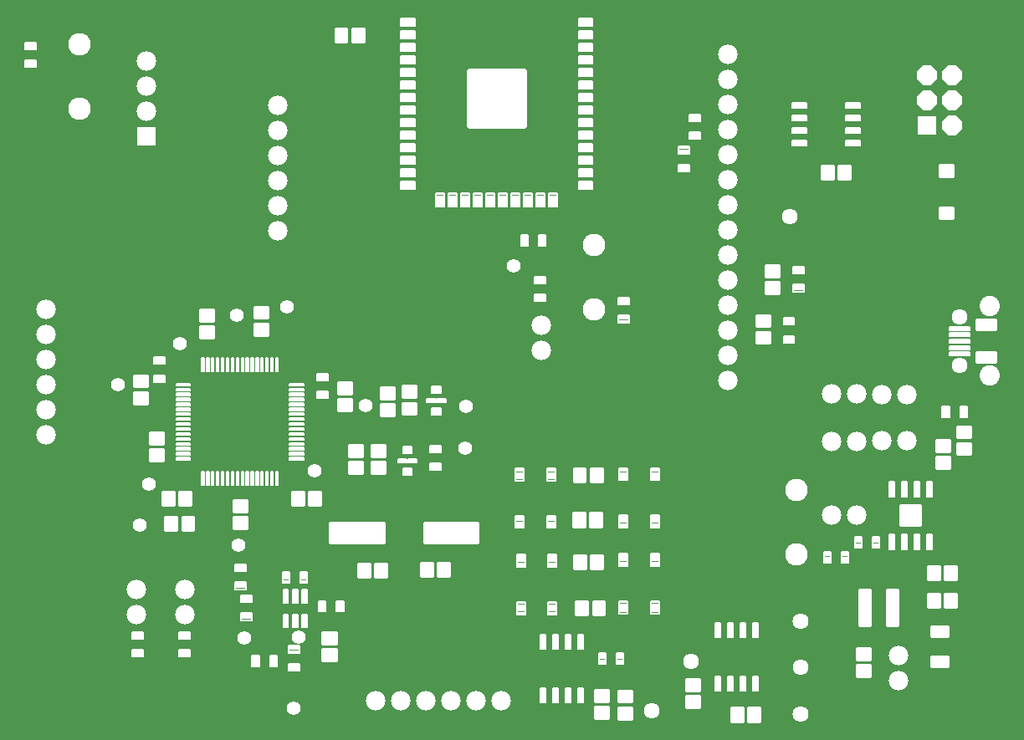
<source format=gts>
G04 EAGLE Gerber RS-274X export*
G75*
%MOMM*%
%FSLAX34Y34*%
%LPD*%
%INSoldermask Top*%
%IPNEG*%
%AMOC8*
5,1,8,0,0,1.08239X$1,22.5*%
G01*
%ADD10C,1.981200*%
%ADD11C,0.238272*%
%ADD12C,0.233172*%
%ADD13C,0.184800*%
%ADD14C,0.148763*%
%ADD15C,2.286000*%
%ADD16C,0.308222*%
%ADD17C,0.163213*%
%ADD18C,0.315222*%
%ADD19C,0.171600*%
%ADD20C,0.154350*%
%ADD21C,0.165000*%
%ADD22C,0.198550*%
%ADD23R,1.981200X1.981200*%
%ADD24C,0.220216*%
%ADD25C,1.625600*%
%ADD26C,1.609600*%
%ADD27C,0.216172*%
%ADD28C,0.155247*%
%ADD29C,0.216288*%
%ADD30C,2.051600*%
%ADD31P,2.144431X8X112.500000*%
%ADD32C,0.188100*%
%ADD33C,0.610159*%
%ADD34C,1.409600*%


D10*
X380700Y59900D03*
X406100Y59900D03*
X431500Y59900D03*
X456900Y59900D03*
X482300Y59900D03*
X507700Y59900D03*
D11*
X368317Y740517D02*
X356683Y740517D01*
X368317Y740517D02*
X368317Y726883D01*
X356683Y726883D01*
X356683Y740517D01*
X356683Y729147D02*
X368317Y729147D01*
X368317Y731411D02*
X356683Y731411D01*
X356683Y733675D02*
X368317Y733675D01*
X368317Y735939D02*
X356683Y735939D01*
X356683Y738203D02*
X368317Y738203D01*
X368317Y740467D02*
X356683Y740467D01*
X351317Y740517D02*
X339683Y740517D01*
X351317Y740517D02*
X351317Y726883D01*
X339683Y726883D01*
X339683Y740517D01*
X339683Y729147D02*
X351317Y729147D01*
X351317Y731411D02*
X339683Y731411D01*
X339683Y733675D02*
X351317Y733675D01*
X351317Y735939D02*
X339683Y735939D01*
X339683Y738203D02*
X351317Y738203D01*
X351317Y740467D02*
X339683Y740467D01*
X307817Y258283D02*
X296183Y258283D01*
X296183Y271917D01*
X307817Y271917D01*
X307817Y258283D01*
X307817Y260547D02*
X296183Y260547D01*
X296183Y262811D02*
X307817Y262811D01*
X307817Y265075D02*
X296183Y265075D01*
X296183Y267339D02*
X307817Y267339D01*
X307817Y269603D02*
X296183Y269603D01*
X296183Y271867D02*
X307817Y271867D01*
X313183Y258283D02*
X324817Y258283D01*
X313183Y258283D02*
X313183Y271917D01*
X324817Y271917D01*
X324817Y258283D01*
X324817Y260547D02*
X313183Y260547D01*
X313183Y262811D02*
X324817Y262811D01*
X324817Y265075D02*
X313183Y265075D01*
X313183Y267339D02*
X324817Y267339D01*
X324817Y269603D02*
X313183Y269603D01*
X313183Y271867D02*
X324817Y271867D01*
X236783Y263117D02*
X236783Y251483D01*
X236783Y263117D02*
X250417Y263117D01*
X250417Y251483D01*
X236783Y251483D01*
X236783Y253747D02*
X250417Y253747D01*
X250417Y256011D02*
X236783Y256011D01*
X236783Y258275D02*
X250417Y258275D01*
X250417Y260539D02*
X236783Y260539D01*
X236783Y262803D02*
X250417Y262803D01*
X236783Y246117D02*
X236783Y234483D01*
X236783Y246117D02*
X250417Y246117D01*
X250417Y234483D01*
X236783Y234483D01*
X236783Y236747D02*
X250417Y236747D01*
X250417Y239011D02*
X236783Y239011D01*
X236783Y241275D02*
X250417Y241275D01*
X250417Y243539D02*
X236783Y243539D01*
X236783Y245803D02*
X250417Y245803D01*
X355717Y353583D02*
X355717Y365217D01*
X355717Y353583D02*
X342083Y353583D01*
X342083Y365217D01*
X355717Y365217D01*
X355717Y355847D02*
X342083Y355847D01*
X342083Y358111D02*
X355717Y358111D01*
X355717Y360375D02*
X342083Y360375D01*
X342083Y362639D02*
X355717Y362639D01*
X355717Y364903D02*
X342083Y364903D01*
X355717Y370583D02*
X355717Y382217D01*
X355717Y370583D02*
X342083Y370583D01*
X342083Y382217D01*
X355717Y382217D01*
X355717Y372847D02*
X342083Y372847D01*
X342083Y375111D02*
X355717Y375111D01*
X355717Y377375D02*
X342083Y377375D01*
X342083Y379639D02*
X355717Y379639D01*
X355717Y381903D02*
X342083Y381903D01*
X961217Y306917D02*
X961217Y295283D01*
X947583Y295283D01*
X947583Y306917D01*
X961217Y306917D01*
X961217Y297547D02*
X947583Y297547D01*
X947583Y299811D02*
X961217Y299811D01*
X961217Y302075D02*
X947583Y302075D01*
X947583Y304339D02*
X961217Y304339D01*
X961217Y306603D02*
X947583Y306603D01*
X961217Y312283D02*
X961217Y323917D01*
X961217Y312283D02*
X947583Y312283D01*
X947583Y323917D01*
X961217Y323917D01*
X961217Y314547D02*
X947583Y314547D01*
X947583Y316811D02*
X961217Y316811D01*
X961217Y319075D02*
X947583Y319075D01*
X947583Y321339D02*
X961217Y321339D01*
X961217Y323603D02*
X947583Y323603D01*
X216717Y427483D02*
X216717Y439117D01*
X216717Y427483D02*
X203083Y427483D01*
X203083Y439117D01*
X216717Y439117D01*
X216717Y429747D02*
X203083Y429747D01*
X203083Y432011D02*
X216717Y432011D01*
X216717Y434275D02*
X203083Y434275D01*
X203083Y436539D02*
X216717Y436539D01*
X216717Y438803D02*
X203083Y438803D01*
X216717Y444483D02*
X216717Y456117D01*
X216717Y444483D02*
X203083Y444483D01*
X203083Y456117D01*
X216717Y456117D01*
X216717Y446747D02*
X203083Y446747D01*
X203083Y449011D02*
X216717Y449011D01*
X216717Y451275D02*
X203083Y451275D01*
X203083Y453539D02*
X216717Y453539D01*
X216717Y455803D02*
X203083Y455803D01*
X271217Y441817D02*
X271217Y430183D01*
X257583Y430183D01*
X257583Y441817D01*
X271217Y441817D01*
X271217Y432447D02*
X257583Y432447D01*
X257583Y434711D02*
X271217Y434711D01*
X271217Y436975D02*
X257583Y436975D01*
X257583Y439239D02*
X271217Y439239D01*
X271217Y441503D02*
X257583Y441503D01*
X271217Y447183D02*
X271217Y458817D01*
X271217Y447183D02*
X257583Y447183D01*
X257583Y458817D01*
X271217Y458817D01*
X271217Y449447D02*
X257583Y449447D01*
X257583Y451711D02*
X271217Y451711D01*
X271217Y453975D02*
X257583Y453975D01*
X257583Y456239D02*
X271217Y456239D01*
X271217Y458503D02*
X257583Y458503D01*
X152283Y331617D02*
X152283Y319983D01*
X152283Y331617D02*
X165917Y331617D01*
X165917Y319983D01*
X152283Y319983D01*
X152283Y322247D02*
X165917Y322247D01*
X165917Y324511D02*
X152283Y324511D01*
X152283Y326775D02*
X165917Y326775D01*
X165917Y329039D02*
X152283Y329039D01*
X152283Y331303D02*
X165917Y331303D01*
X152283Y314617D02*
X152283Y302983D01*
X152283Y314617D02*
X165917Y314617D01*
X165917Y302983D01*
X152283Y302983D01*
X152283Y305247D02*
X165917Y305247D01*
X165917Y307511D02*
X152283Y307511D01*
X152283Y309775D02*
X165917Y309775D01*
X165917Y312039D02*
X152283Y312039D01*
X152283Y314303D02*
X165917Y314303D01*
X149417Y360783D02*
X149417Y372417D01*
X149417Y360783D02*
X135783Y360783D01*
X135783Y372417D01*
X149417Y372417D01*
X149417Y363047D02*
X135783Y363047D01*
X135783Y365311D02*
X149417Y365311D01*
X149417Y367575D02*
X135783Y367575D01*
X135783Y369839D02*
X149417Y369839D01*
X149417Y372103D02*
X135783Y372103D01*
X149417Y377783D02*
X149417Y389417D01*
X149417Y377783D02*
X135783Y377783D01*
X135783Y389417D01*
X149417Y389417D01*
X149417Y380047D02*
X135783Y380047D01*
X135783Y382311D02*
X149417Y382311D01*
X149417Y384575D02*
X135783Y384575D01*
X135783Y386839D02*
X149417Y386839D01*
X149417Y389103D02*
X135783Y389103D01*
X421417Y361617D02*
X421417Y349983D01*
X407783Y349983D01*
X407783Y361617D01*
X421417Y361617D01*
X421417Y352247D02*
X407783Y352247D01*
X407783Y354511D02*
X421417Y354511D01*
X421417Y356775D02*
X407783Y356775D01*
X407783Y359039D02*
X421417Y359039D01*
X421417Y361303D02*
X407783Y361303D01*
X421417Y366983D02*
X421417Y378617D01*
X421417Y366983D02*
X407783Y366983D01*
X407783Y378617D01*
X421417Y378617D01*
X421417Y369247D02*
X407783Y369247D01*
X407783Y371511D02*
X421417Y371511D01*
X421417Y373775D02*
X407783Y373775D01*
X407783Y376039D02*
X421417Y376039D01*
X421417Y378303D02*
X407783Y378303D01*
X398917Y360317D02*
X398917Y348683D01*
X385283Y348683D01*
X385283Y360317D01*
X398917Y360317D01*
X398917Y350947D02*
X385283Y350947D01*
X385283Y353211D02*
X398917Y353211D01*
X398917Y355475D02*
X385283Y355475D01*
X385283Y357739D02*
X398917Y357739D01*
X398917Y360003D02*
X385283Y360003D01*
X398917Y365683D02*
X398917Y377317D01*
X398917Y365683D02*
X385283Y365683D01*
X385283Y377317D01*
X398917Y377317D01*
X398917Y367947D02*
X385283Y367947D01*
X385283Y370211D02*
X398917Y370211D01*
X398917Y372475D02*
X385283Y372475D01*
X385283Y374739D02*
X398917Y374739D01*
X398917Y377003D02*
X385283Y377003D01*
X779517Y421883D02*
X779517Y433517D01*
X779517Y421883D02*
X765883Y421883D01*
X765883Y433517D01*
X779517Y433517D01*
X779517Y424147D02*
X765883Y424147D01*
X765883Y426411D02*
X779517Y426411D01*
X779517Y428675D02*
X765883Y428675D01*
X765883Y430939D02*
X779517Y430939D01*
X779517Y433203D02*
X765883Y433203D01*
X779517Y438883D02*
X779517Y450517D01*
X779517Y438883D02*
X765883Y438883D01*
X765883Y450517D01*
X779517Y450517D01*
X779517Y441147D02*
X765883Y441147D01*
X765883Y443411D02*
X779517Y443411D01*
X779517Y445675D02*
X765883Y445675D01*
X765883Y447939D02*
X779517Y447939D01*
X779517Y450203D02*
X765883Y450203D01*
X376583Y318617D02*
X376583Y306983D01*
X376583Y318617D02*
X390217Y318617D01*
X390217Y306983D01*
X376583Y306983D01*
X376583Y309247D02*
X390217Y309247D01*
X390217Y311511D02*
X376583Y311511D01*
X376583Y313775D02*
X390217Y313775D01*
X390217Y316039D02*
X376583Y316039D01*
X376583Y318303D02*
X390217Y318303D01*
X376583Y301617D02*
X376583Y289983D01*
X376583Y301617D02*
X390217Y301617D01*
X390217Y289983D01*
X376583Y289983D01*
X376583Y292247D02*
X390217Y292247D01*
X390217Y294511D02*
X376583Y294511D01*
X376583Y296775D02*
X390217Y296775D01*
X390217Y299039D02*
X376583Y299039D01*
X376583Y301303D02*
X390217Y301303D01*
X353583Y307283D02*
X353583Y318917D01*
X367217Y318917D01*
X367217Y307283D01*
X353583Y307283D01*
X353583Y309547D02*
X367217Y309547D01*
X367217Y311811D02*
X353583Y311811D01*
X353583Y314075D02*
X367217Y314075D01*
X367217Y316339D02*
X353583Y316339D01*
X353583Y318603D02*
X367217Y318603D01*
X353583Y301917D02*
X353583Y290283D01*
X353583Y301917D02*
X367217Y301917D01*
X367217Y290283D01*
X353583Y290283D01*
X353583Y292547D02*
X367217Y292547D01*
X367217Y294811D02*
X353583Y294811D01*
X353583Y297075D02*
X367217Y297075D01*
X367217Y299339D02*
X353583Y299339D01*
X353583Y301603D02*
X367217Y301603D01*
X982917Y309283D02*
X982917Y320917D01*
X982917Y309283D02*
X969283Y309283D01*
X969283Y320917D01*
X982917Y320917D01*
X982917Y311547D02*
X969283Y311547D01*
X969283Y313811D02*
X982917Y313811D01*
X982917Y316075D02*
X969283Y316075D01*
X969283Y318339D02*
X982917Y318339D01*
X982917Y320603D02*
X969283Y320603D01*
X982917Y326283D02*
X982917Y337917D01*
X982917Y326283D02*
X969283Y326283D01*
X969283Y337917D01*
X982917Y337917D01*
X982917Y328547D02*
X969283Y328547D01*
X969283Y330811D02*
X982917Y330811D01*
X982917Y333075D02*
X969283Y333075D01*
X969283Y335339D02*
X982917Y335339D01*
X982917Y337603D02*
X969283Y337603D01*
X968017Y196417D02*
X956383Y196417D01*
X968017Y196417D02*
X968017Y182783D01*
X956383Y182783D01*
X956383Y196417D01*
X956383Y185047D02*
X968017Y185047D01*
X968017Y187311D02*
X956383Y187311D01*
X956383Y189575D02*
X968017Y189575D01*
X968017Y191839D02*
X956383Y191839D01*
X956383Y194103D02*
X968017Y194103D01*
X968017Y196367D02*
X956383Y196367D01*
X951017Y196417D02*
X939383Y196417D01*
X951017Y196417D02*
X951017Y182783D01*
X939383Y182783D01*
X939383Y196417D01*
X939383Y185047D02*
X951017Y185047D01*
X951017Y187311D02*
X939383Y187311D01*
X939383Y189575D02*
X951017Y189575D01*
X951017Y191839D02*
X939383Y191839D01*
X939383Y194103D02*
X951017Y194103D01*
X951017Y196367D02*
X939383Y196367D01*
X956683Y167917D02*
X968317Y167917D01*
X968317Y154283D01*
X956683Y154283D01*
X956683Y167917D01*
X956683Y156547D02*
X968317Y156547D01*
X968317Y158811D02*
X956683Y158811D01*
X956683Y161075D02*
X968317Y161075D01*
X968317Y163339D02*
X956683Y163339D01*
X956683Y165603D02*
X968317Y165603D01*
X968317Y167867D02*
X956683Y167867D01*
X951317Y167917D02*
X939683Y167917D01*
X951317Y167917D02*
X951317Y154283D01*
X939683Y154283D01*
X939683Y167917D01*
X939683Y156547D02*
X951317Y156547D01*
X951317Y158811D02*
X939683Y158811D01*
X939683Y161075D02*
X951317Y161075D01*
X951317Y163339D02*
X939683Y163339D01*
X939683Y165603D02*
X951317Y165603D01*
X951317Y167867D02*
X939683Y167867D01*
X867083Y113117D02*
X867083Y101483D01*
X867083Y113117D02*
X880717Y113117D01*
X880717Y101483D01*
X867083Y101483D01*
X867083Y103747D02*
X880717Y103747D01*
X880717Y106011D02*
X867083Y106011D01*
X867083Y108275D02*
X880717Y108275D01*
X880717Y110539D02*
X867083Y110539D01*
X867083Y112803D02*
X880717Y112803D01*
X867083Y96117D02*
X867083Y84483D01*
X867083Y96117D02*
X880717Y96117D01*
X880717Y84483D01*
X867083Y84483D01*
X867083Y86747D02*
X880717Y86747D01*
X880717Y89011D02*
X867083Y89011D01*
X867083Y91275D02*
X880717Y91275D01*
X880717Y93539D02*
X867083Y93539D01*
X867083Y95803D02*
X880717Y95803D01*
X611917Y160917D02*
X600283Y160917D01*
X611917Y160917D02*
X611917Y147283D01*
X600283Y147283D01*
X600283Y160917D01*
X600283Y149547D02*
X611917Y149547D01*
X611917Y151811D02*
X600283Y151811D01*
X600283Y154075D02*
X611917Y154075D01*
X611917Y156339D02*
X600283Y156339D01*
X600283Y158603D02*
X611917Y158603D01*
X611917Y160867D02*
X600283Y160867D01*
X594917Y160917D02*
X583283Y160917D01*
X594917Y160917D02*
X594917Y147283D01*
X583283Y147283D01*
X583283Y160917D01*
X583283Y149547D02*
X594917Y149547D01*
X594917Y151811D02*
X583283Y151811D01*
X583283Y154075D02*
X594917Y154075D01*
X594917Y156339D02*
X583283Y156339D01*
X583283Y158603D02*
X594917Y158603D01*
X594917Y160867D02*
X583283Y160867D01*
X581283Y193583D02*
X592917Y193583D01*
X581283Y193583D02*
X581283Y207217D01*
X592917Y207217D01*
X592917Y193583D01*
X592917Y195847D02*
X581283Y195847D01*
X581283Y198111D02*
X592917Y198111D01*
X592917Y200375D02*
X581283Y200375D01*
X581283Y202639D02*
X592917Y202639D01*
X592917Y204903D02*
X581283Y204903D01*
X581283Y207167D02*
X592917Y207167D01*
X598283Y193583D02*
X609917Y193583D01*
X598283Y193583D02*
X598283Y207217D01*
X609917Y207217D01*
X609917Y193583D01*
X609917Y195847D02*
X598283Y195847D01*
X598283Y198111D02*
X609917Y198111D01*
X609917Y200375D02*
X598283Y200375D01*
X598283Y202639D02*
X609917Y202639D01*
X609917Y204903D02*
X598283Y204903D01*
X598283Y207167D02*
X609917Y207167D01*
X592617Y281583D02*
X580983Y281583D01*
X580983Y295217D01*
X592617Y295217D01*
X592617Y281583D01*
X592617Y283847D02*
X580983Y283847D01*
X580983Y286111D02*
X592617Y286111D01*
X592617Y288375D02*
X580983Y288375D01*
X580983Y290639D02*
X592617Y290639D01*
X592617Y292903D02*
X580983Y292903D01*
X580983Y295167D02*
X592617Y295167D01*
X597983Y281583D02*
X609617Y281583D01*
X597983Y281583D02*
X597983Y295217D01*
X609617Y295217D01*
X609617Y281583D01*
X609617Y283847D02*
X597983Y283847D01*
X597983Y286111D02*
X609617Y286111D01*
X609617Y288375D02*
X597983Y288375D01*
X597983Y290639D02*
X609617Y290639D01*
X609617Y292903D02*
X597983Y292903D01*
X597983Y295167D02*
X609617Y295167D01*
X609317Y249917D02*
X597683Y249917D01*
X609317Y249917D02*
X609317Y236283D01*
X597683Y236283D01*
X597683Y249917D01*
X597683Y238547D02*
X609317Y238547D01*
X609317Y240811D02*
X597683Y240811D01*
X597683Y243075D02*
X609317Y243075D01*
X609317Y245339D02*
X597683Y245339D01*
X597683Y247603D02*
X609317Y247603D01*
X609317Y249867D02*
X597683Y249867D01*
X592317Y249917D02*
X580683Y249917D01*
X592317Y249917D02*
X592317Y236283D01*
X580683Y236283D01*
X580683Y249917D01*
X580683Y238547D02*
X592317Y238547D01*
X592317Y240811D02*
X580683Y240811D01*
X580683Y243075D02*
X592317Y243075D01*
X592317Y245339D02*
X580683Y245339D01*
X580683Y247603D02*
X592317Y247603D01*
X592317Y249867D02*
X580683Y249867D01*
X326783Y129217D02*
X326783Y117583D01*
X326783Y129217D02*
X340417Y129217D01*
X340417Y117583D01*
X326783Y117583D01*
X326783Y119847D02*
X340417Y119847D01*
X340417Y122111D02*
X326783Y122111D01*
X326783Y124375D02*
X340417Y124375D01*
X340417Y126639D02*
X326783Y126639D01*
X326783Y128903D02*
X340417Y128903D01*
X326783Y112217D02*
X326783Y100583D01*
X326783Y112217D02*
X340417Y112217D01*
X340417Y100583D01*
X326783Y100583D01*
X326783Y102847D02*
X340417Y102847D01*
X340417Y105111D02*
X326783Y105111D01*
X326783Y107375D02*
X340417Y107375D01*
X340417Y109639D02*
X326783Y109639D01*
X326783Y111903D02*
X340417Y111903D01*
X602583Y70617D02*
X602583Y58983D01*
X602583Y70617D02*
X616217Y70617D01*
X616217Y58983D01*
X602583Y58983D01*
X602583Y61247D02*
X616217Y61247D01*
X616217Y63511D02*
X602583Y63511D01*
X602583Y65775D02*
X616217Y65775D01*
X616217Y68039D02*
X602583Y68039D01*
X602583Y70303D02*
X616217Y70303D01*
X602583Y53617D02*
X602583Y41983D01*
X602583Y53617D02*
X616217Y53617D01*
X616217Y41983D01*
X602583Y41983D01*
X602583Y44247D02*
X616217Y44247D01*
X616217Y46511D02*
X602583Y46511D01*
X602583Y48775D02*
X616217Y48775D01*
X616217Y51039D02*
X602583Y51039D01*
X602583Y53303D02*
X616217Y53303D01*
X625883Y58583D02*
X625883Y70217D01*
X639517Y70217D01*
X639517Y58583D01*
X625883Y58583D01*
X625883Y60847D02*
X639517Y60847D01*
X639517Y63111D02*
X625883Y63111D01*
X625883Y65375D02*
X639517Y65375D01*
X639517Y67639D02*
X625883Y67639D01*
X625883Y69903D02*
X639517Y69903D01*
X625883Y53217D02*
X625883Y41583D01*
X625883Y53217D02*
X639517Y53217D01*
X639517Y41583D01*
X625883Y41583D01*
X625883Y43847D02*
X639517Y43847D01*
X639517Y46111D02*
X625883Y46111D01*
X625883Y48375D02*
X639517Y48375D01*
X639517Y50639D02*
X625883Y50639D01*
X625883Y52903D02*
X639517Y52903D01*
X788617Y472483D02*
X788617Y484117D01*
X788617Y472483D02*
X774983Y472483D01*
X774983Y484117D01*
X788617Y484117D01*
X788617Y474747D02*
X774983Y474747D01*
X774983Y477011D02*
X788617Y477011D01*
X788617Y479275D02*
X774983Y479275D01*
X774983Y481539D02*
X788617Y481539D01*
X788617Y483803D02*
X774983Y483803D01*
X788617Y489483D02*
X788617Y501117D01*
X788617Y489483D02*
X774983Y489483D01*
X774983Y501117D01*
X788617Y501117D01*
X788617Y491747D02*
X774983Y491747D01*
X774983Y494011D02*
X788617Y494011D01*
X788617Y496275D02*
X774983Y496275D01*
X774983Y498539D02*
X788617Y498539D01*
X788617Y500803D02*
X774983Y500803D01*
X831683Y587883D02*
X843317Y587883D01*
X831683Y587883D02*
X831683Y601517D01*
X843317Y601517D01*
X843317Y587883D01*
X843317Y590147D02*
X831683Y590147D01*
X831683Y592411D02*
X843317Y592411D01*
X843317Y594675D02*
X831683Y594675D01*
X831683Y596939D02*
X843317Y596939D01*
X843317Y599203D02*
X831683Y599203D01*
X831683Y601467D02*
X843317Y601467D01*
X848683Y587883D02*
X860317Y587883D01*
X848683Y587883D02*
X848683Y601517D01*
X860317Y601517D01*
X860317Y587883D01*
X860317Y590147D02*
X848683Y590147D01*
X848683Y592411D02*
X860317Y592411D01*
X860317Y594675D02*
X848683Y594675D01*
X848683Y596939D02*
X860317Y596939D01*
X860317Y599203D02*
X848683Y599203D01*
X848683Y601467D02*
X860317Y601467D01*
X769017Y52717D02*
X757383Y52717D01*
X769017Y52717D02*
X769017Y39083D01*
X757383Y39083D01*
X757383Y52717D01*
X757383Y41347D02*
X769017Y41347D01*
X769017Y43611D02*
X757383Y43611D01*
X757383Y45875D02*
X769017Y45875D01*
X769017Y48139D02*
X757383Y48139D01*
X757383Y50403D02*
X769017Y50403D01*
X769017Y52667D02*
X757383Y52667D01*
X752017Y52717D02*
X740383Y52717D01*
X752017Y52717D02*
X752017Y39083D01*
X740383Y39083D01*
X740383Y52717D01*
X740383Y41347D02*
X752017Y41347D01*
X752017Y43611D02*
X740383Y43611D01*
X740383Y45875D02*
X752017Y45875D01*
X752017Y48139D02*
X740383Y48139D01*
X740383Y50403D02*
X752017Y50403D01*
X752017Y52667D02*
X740383Y52667D01*
X694283Y70183D02*
X694283Y81817D01*
X707917Y81817D01*
X707917Y70183D01*
X694283Y70183D01*
X694283Y72447D02*
X707917Y72447D01*
X707917Y74711D02*
X694283Y74711D01*
X694283Y76975D02*
X707917Y76975D01*
X707917Y79239D02*
X694283Y79239D01*
X694283Y81503D02*
X707917Y81503D01*
X694283Y64817D02*
X694283Y53183D01*
X694283Y64817D02*
X707917Y64817D01*
X707917Y53183D01*
X694283Y53183D01*
X694283Y55447D02*
X707917Y55447D01*
X707917Y57711D02*
X694283Y57711D01*
X694283Y59975D02*
X707917Y59975D01*
X707917Y62239D02*
X694283Y62239D01*
X694283Y64503D02*
X707917Y64503D01*
X391617Y198717D02*
X379983Y198717D01*
X391617Y198717D02*
X391617Y185083D01*
X379983Y185083D01*
X379983Y198717D01*
X379983Y187347D02*
X391617Y187347D01*
X391617Y189611D02*
X379983Y189611D01*
X379983Y191875D02*
X391617Y191875D01*
X391617Y194139D02*
X379983Y194139D01*
X379983Y196403D02*
X391617Y196403D01*
X391617Y198667D02*
X379983Y198667D01*
X374617Y198717D02*
X362983Y198717D01*
X374617Y198717D02*
X374617Y185083D01*
X362983Y185083D01*
X362983Y198717D01*
X362983Y187347D02*
X374617Y187347D01*
X374617Y189611D02*
X362983Y189611D01*
X362983Y191875D02*
X374617Y191875D01*
X374617Y194139D02*
X362983Y194139D01*
X362983Y196403D02*
X374617Y196403D01*
X374617Y198667D02*
X362983Y198667D01*
X443283Y199217D02*
X454917Y199217D01*
X454917Y185583D01*
X443283Y185583D01*
X443283Y199217D01*
X443283Y187847D02*
X454917Y187847D01*
X454917Y190111D02*
X443283Y190111D01*
X443283Y192375D02*
X454917Y192375D01*
X454917Y194639D02*
X443283Y194639D01*
X443283Y196903D02*
X454917Y196903D01*
X454917Y199167D02*
X443283Y199167D01*
X437917Y199217D02*
X426283Y199217D01*
X437917Y199217D02*
X437917Y185583D01*
X426283Y185583D01*
X426283Y199217D01*
X426283Y187847D02*
X437917Y187847D01*
X437917Y190111D02*
X426283Y190111D01*
X426283Y192375D02*
X437917Y192375D01*
X437917Y194639D02*
X426283Y194639D01*
X426283Y196903D02*
X437917Y196903D01*
X437917Y199167D02*
X426283Y199167D01*
X196217Y246217D02*
X184583Y246217D01*
X196217Y246217D02*
X196217Y232583D01*
X184583Y232583D01*
X184583Y246217D01*
X184583Y234847D02*
X196217Y234847D01*
X196217Y237111D02*
X184583Y237111D01*
X184583Y239375D02*
X196217Y239375D01*
X196217Y241639D02*
X184583Y241639D01*
X184583Y243903D02*
X196217Y243903D01*
X196217Y246167D02*
X184583Y246167D01*
X179217Y246217D02*
X167583Y246217D01*
X179217Y246217D02*
X179217Y232583D01*
X167583Y232583D01*
X167583Y246217D01*
X167583Y234847D02*
X179217Y234847D01*
X179217Y237111D02*
X167583Y237111D01*
X167583Y239375D02*
X179217Y239375D01*
X179217Y241639D02*
X167583Y241639D01*
X167583Y243903D02*
X179217Y243903D01*
X179217Y246167D02*
X167583Y246167D01*
X181883Y271217D02*
X193517Y271217D01*
X193517Y257583D01*
X181883Y257583D01*
X181883Y271217D01*
X181883Y259847D02*
X193517Y259847D01*
X193517Y262111D02*
X181883Y262111D01*
X181883Y264375D02*
X193517Y264375D01*
X193517Y266639D02*
X181883Y266639D01*
X181883Y268903D02*
X193517Y268903D01*
X193517Y271167D02*
X181883Y271167D01*
X176517Y271217D02*
X164883Y271217D01*
X176517Y271217D02*
X176517Y257583D01*
X164883Y257583D01*
X164883Y271217D01*
X164883Y259847D02*
X176517Y259847D01*
X176517Y262111D02*
X164883Y262111D01*
X164883Y264375D02*
X176517Y264375D01*
X176517Y266639D02*
X164883Y266639D01*
X164883Y268903D02*
X176517Y268903D01*
X176517Y271167D02*
X164883Y271167D01*
D12*
X951308Y548008D02*
X951308Y559392D01*
X964692Y559392D01*
X964692Y548008D01*
X951308Y548008D01*
X951308Y550223D02*
X964692Y550223D01*
X964692Y552438D02*
X951308Y552438D01*
X951308Y554653D02*
X964692Y554653D01*
X964692Y556868D02*
X951308Y556868D01*
X951308Y559083D02*
X964692Y559083D01*
X964692Y591008D02*
X964692Y602392D01*
X964692Y591008D02*
X951308Y591008D01*
X951308Y602392D01*
X964692Y602392D01*
X964692Y593223D02*
X951308Y593223D01*
X951308Y595438D02*
X964692Y595438D01*
X964692Y597653D02*
X951308Y597653D01*
X951308Y599868D02*
X964692Y599868D01*
X964692Y602083D02*
X951308Y602083D01*
D13*
X417176Y295176D02*
X408224Y295176D01*
X417176Y295176D02*
X417176Y288224D01*
X408224Y288224D01*
X408224Y295176D01*
X408224Y289980D02*
X417176Y289980D01*
X417176Y291736D02*
X408224Y291736D01*
X408224Y293492D02*
X417176Y293492D01*
D14*
X413190Y304210D02*
X422210Y304210D01*
X422210Y301190D01*
X413190Y301190D01*
X413190Y304210D01*
X413190Y302604D02*
X422210Y302604D01*
X422210Y304018D02*
X413190Y304018D01*
D13*
X417176Y317176D02*
X408224Y317176D01*
X417176Y317176D02*
X417176Y310224D01*
X408224Y310224D01*
X408224Y317176D01*
X408224Y311980D02*
X417176Y311980D01*
X417176Y313736D02*
X408224Y313736D01*
X408224Y315492D02*
X417176Y315492D01*
D14*
X412210Y304210D02*
X403190Y304210D01*
X412210Y304210D02*
X412210Y301190D01*
X403190Y301190D01*
X403190Y304210D01*
X403190Y302604D02*
X412210Y302604D01*
X412210Y304018D02*
X403190Y304018D01*
D13*
X437424Y371424D02*
X446376Y371424D01*
X437424Y371424D02*
X437424Y378376D01*
X446376Y378376D01*
X446376Y371424D01*
X446376Y373180D02*
X437424Y373180D01*
X437424Y374936D02*
X446376Y374936D01*
X446376Y376692D02*
X437424Y376692D01*
D14*
X441410Y362390D02*
X432390Y362390D01*
X432390Y365410D01*
X441410Y365410D01*
X441410Y362390D01*
X441410Y363804D02*
X432390Y363804D01*
X432390Y365218D02*
X441410Y365218D01*
D13*
X437424Y349424D02*
X446376Y349424D01*
X437424Y349424D02*
X437424Y356376D01*
X446376Y356376D01*
X446376Y349424D01*
X446376Y351180D02*
X437424Y351180D01*
X437424Y352936D02*
X446376Y352936D01*
X446376Y354692D02*
X437424Y354692D01*
D14*
X442390Y362390D02*
X451410Y362390D01*
X442390Y362390D02*
X442390Y365410D01*
X451410Y365410D01*
X451410Y362390D01*
X451410Y363804D02*
X442390Y363804D01*
X442390Y365218D02*
X451410Y365218D01*
D15*
X601200Y521639D03*
X601200Y456361D03*
X80700Y724539D03*
X80700Y659261D03*
D16*
X430133Y238967D02*
X484067Y238967D01*
X484067Y220033D01*
X430133Y220033D01*
X430133Y238967D01*
X430133Y222961D02*
X484067Y222961D01*
X484067Y225889D02*
X430133Y225889D01*
X430133Y228817D02*
X484067Y228817D01*
X484067Y231745D02*
X430133Y231745D01*
X430133Y234673D02*
X484067Y234673D01*
X484067Y237601D02*
X430133Y237601D01*
X389067Y238967D02*
X335133Y238967D01*
X389067Y238967D02*
X389067Y220033D01*
X335133Y220033D01*
X335133Y238967D01*
X335133Y222961D02*
X389067Y222961D01*
X389067Y225889D02*
X335133Y225889D01*
X335133Y228817D02*
X389067Y228817D01*
X389067Y231745D02*
X335133Y231745D01*
X335133Y234673D02*
X389067Y234673D01*
X389067Y237601D02*
X335133Y237601D01*
D17*
X938702Y266208D02*
X938702Y281258D01*
X943598Y281258D01*
X943598Y266208D01*
X938702Y266208D01*
X938702Y267758D02*
X943598Y267758D01*
X943598Y269308D02*
X938702Y269308D01*
X938702Y270858D02*
X943598Y270858D01*
X943598Y272408D02*
X938702Y272408D01*
X938702Y273958D02*
X943598Y273958D01*
X943598Y275508D02*
X938702Y275508D01*
X938702Y277058D02*
X943598Y277058D01*
X943598Y278608D02*
X938702Y278608D01*
X938702Y280158D02*
X943598Y280158D01*
X926002Y281258D02*
X926002Y266208D01*
X926002Y281258D02*
X930898Y281258D01*
X930898Y266208D01*
X926002Y266208D01*
X926002Y267758D02*
X930898Y267758D01*
X930898Y269308D02*
X926002Y269308D01*
X926002Y270858D02*
X930898Y270858D01*
X930898Y272408D02*
X926002Y272408D01*
X926002Y273958D02*
X930898Y273958D01*
X930898Y275508D02*
X926002Y275508D01*
X926002Y277058D02*
X930898Y277058D01*
X930898Y278608D02*
X926002Y278608D01*
X926002Y280158D02*
X930898Y280158D01*
X913302Y281258D02*
X913302Y266208D01*
X913302Y281258D02*
X918198Y281258D01*
X918198Y266208D01*
X913302Y266208D01*
X913302Y267758D02*
X918198Y267758D01*
X918198Y269308D02*
X913302Y269308D01*
X913302Y270858D02*
X918198Y270858D01*
X918198Y272408D02*
X913302Y272408D01*
X913302Y273958D02*
X918198Y273958D01*
X918198Y275508D02*
X913302Y275508D01*
X913302Y277058D02*
X918198Y277058D01*
X918198Y278608D02*
X913302Y278608D01*
X913302Y280158D02*
X918198Y280158D01*
X900602Y281258D02*
X900602Y266208D01*
X900602Y281258D02*
X905498Y281258D01*
X905498Y266208D01*
X900602Y266208D01*
X900602Y267758D02*
X905498Y267758D01*
X905498Y269308D02*
X900602Y269308D01*
X900602Y270858D02*
X905498Y270858D01*
X905498Y272408D02*
X900602Y272408D01*
X900602Y273958D02*
X905498Y273958D01*
X905498Y275508D02*
X900602Y275508D01*
X900602Y277058D02*
X905498Y277058D01*
X905498Y278608D02*
X900602Y278608D01*
X900602Y280158D02*
X905498Y280158D01*
X900602Y228192D02*
X900602Y213142D01*
X900602Y228192D02*
X905498Y228192D01*
X905498Y213142D01*
X900602Y213142D01*
X900602Y214692D02*
X905498Y214692D01*
X905498Y216242D02*
X900602Y216242D01*
X900602Y217792D02*
X905498Y217792D01*
X905498Y219342D02*
X900602Y219342D01*
X900602Y220892D02*
X905498Y220892D01*
X905498Y222442D02*
X900602Y222442D01*
X900602Y223992D02*
X905498Y223992D01*
X905498Y225542D02*
X900602Y225542D01*
X900602Y227092D02*
X905498Y227092D01*
X913302Y228192D02*
X913302Y213142D01*
X913302Y228192D02*
X918198Y228192D01*
X918198Y213142D01*
X913302Y213142D01*
X913302Y214692D02*
X918198Y214692D01*
X918198Y216242D02*
X913302Y216242D01*
X913302Y217792D02*
X918198Y217792D01*
X918198Y219342D02*
X913302Y219342D01*
X913302Y220892D02*
X918198Y220892D01*
X918198Y222442D02*
X913302Y222442D01*
X913302Y223992D02*
X918198Y223992D01*
X918198Y225542D02*
X913302Y225542D01*
X913302Y227092D02*
X918198Y227092D01*
X926002Y228192D02*
X926002Y213142D01*
X926002Y228192D02*
X930898Y228192D01*
X930898Y213142D01*
X926002Y213142D01*
X926002Y214692D02*
X930898Y214692D01*
X930898Y216242D02*
X926002Y216242D01*
X926002Y217792D02*
X930898Y217792D01*
X930898Y219342D02*
X926002Y219342D01*
X926002Y220892D02*
X930898Y220892D01*
X930898Y222442D02*
X926002Y222442D01*
X926002Y223992D02*
X930898Y223992D01*
X930898Y225542D02*
X926002Y225542D01*
X926002Y227092D02*
X930898Y227092D01*
X938702Y228192D02*
X938702Y213142D01*
X938702Y228192D02*
X943598Y228192D01*
X943598Y213142D01*
X938702Y213142D01*
X938702Y214692D02*
X943598Y214692D01*
X943598Y216242D02*
X938702Y216242D01*
X938702Y217792D02*
X943598Y217792D01*
X943598Y219342D02*
X938702Y219342D01*
X938702Y220892D02*
X943598Y220892D01*
X943598Y222442D02*
X938702Y222442D01*
X938702Y223992D02*
X943598Y223992D01*
X943598Y225542D02*
X938702Y225542D01*
X938702Y227092D02*
X943598Y227092D01*
D18*
X931782Y237518D02*
X912418Y237518D01*
X912418Y256882D01*
X931782Y256882D01*
X931782Y237518D01*
X931782Y240512D02*
X912418Y240512D01*
X912418Y243506D02*
X931782Y243506D01*
X931782Y246500D02*
X912418Y246500D01*
X912418Y249494D02*
X931782Y249494D01*
X931782Y252488D02*
X912418Y252488D01*
X912418Y255482D02*
X931782Y255482D01*
D19*
X585433Y126812D02*
X585433Y112628D01*
X585433Y126812D02*
X590867Y126812D01*
X590867Y112628D01*
X585433Y112628D01*
X585433Y114258D02*
X590867Y114258D01*
X590867Y115888D02*
X585433Y115888D01*
X585433Y117518D02*
X590867Y117518D01*
X590867Y119148D02*
X585433Y119148D01*
X585433Y120778D02*
X590867Y120778D01*
X590867Y122408D02*
X585433Y122408D01*
X585433Y124038D02*
X590867Y124038D01*
X590867Y125668D02*
X585433Y125668D01*
X572733Y126812D02*
X572733Y112628D01*
X572733Y126812D02*
X578167Y126812D01*
X578167Y112628D01*
X572733Y112628D01*
X572733Y114258D02*
X578167Y114258D01*
X578167Y115888D02*
X572733Y115888D01*
X572733Y117518D02*
X578167Y117518D01*
X578167Y119148D02*
X572733Y119148D01*
X572733Y120778D02*
X578167Y120778D01*
X578167Y122408D02*
X572733Y122408D01*
X572733Y124038D02*
X578167Y124038D01*
X578167Y125668D02*
X572733Y125668D01*
X560033Y126812D02*
X560033Y112628D01*
X560033Y126812D02*
X565467Y126812D01*
X565467Y112628D01*
X560033Y112628D01*
X560033Y114258D02*
X565467Y114258D01*
X565467Y115888D02*
X560033Y115888D01*
X560033Y117518D02*
X565467Y117518D01*
X565467Y119148D02*
X560033Y119148D01*
X560033Y120778D02*
X565467Y120778D01*
X565467Y122408D02*
X560033Y122408D01*
X560033Y124038D02*
X565467Y124038D01*
X565467Y125668D02*
X560033Y125668D01*
X547333Y126812D02*
X547333Y112628D01*
X547333Y126812D02*
X552767Y126812D01*
X552767Y112628D01*
X547333Y112628D01*
X547333Y114258D02*
X552767Y114258D01*
X552767Y115888D02*
X547333Y115888D01*
X547333Y117518D02*
X552767Y117518D01*
X552767Y119148D02*
X547333Y119148D01*
X547333Y120778D02*
X552767Y120778D01*
X552767Y122408D02*
X547333Y122408D01*
X547333Y124038D02*
X552767Y124038D01*
X552767Y125668D02*
X547333Y125668D01*
X547333Y72572D02*
X547333Y58388D01*
X547333Y72572D02*
X552767Y72572D01*
X552767Y58388D01*
X547333Y58388D01*
X547333Y60018D02*
X552767Y60018D01*
X552767Y61648D02*
X547333Y61648D01*
X547333Y63278D02*
X552767Y63278D01*
X552767Y64908D02*
X547333Y64908D01*
X547333Y66538D02*
X552767Y66538D01*
X552767Y68168D02*
X547333Y68168D01*
X547333Y69798D02*
X552767Y69798D01*
X552767Y71428D02*
X547333Y71428D01*
X560033Y72572D02*
X560033Y58388D01*
X560033Y72572D02*
X565467Y72572D01*
X565467Y58388D01*
X560033Y58388D01*
X560033Y60018D02*
X565467Y60018D01*
X565467Y61648D02*
X560033Y61648D01*
X560033Y63278D02*
X565467Y63278D01*
X565467Y64908D02*
X560033Y64908D01*
X560033Y66538D02*
X565467Y66538D01*
X565467Y68168D02*
X560033Y68168D01*
X560033Y69798D02*
X565467Y69798D01*
X565467Y71428D02*
X560033Y71428D01*
X572733Y72572D02*
X572733Y58388D01*
X572733Y72572D02*
X578167Y72572D01*
X578167Y58388D01*
X572733Y58388D01*
X572733Y60018D02*
X578167Y60018D01*
X578167Y61648D02*
X572733Y61648D01*
X572733Y63278D02*
X578167Y63278D01*
X578167Y64908D02*
X572733Y64908D01*
X572733Y66538D02*
X578167Y66538D01*
X578167Y68168D02*
X572733Y68168D01*
X572733Y69798D02*
X578167Y69798D01*
X578167Y71428D02*
X572733Y71428D01*
X585433Y72572D02*
X585433Y58388D01*
X585433Y72572D02*
X590867Y72572D01*
X590867Y58388D01*
X585433Y58388D01*
X585433Y60018D02*
X590867Y60018D01*
X590867Y61648D02*
X585433Y61648D01*
X585433Y63278D02*
X590867Y63278D01*
X590867Y64908D02*
X585433Y64908D01*
X585433Y66538D02*
X590867Y66538D01*
X590867Y68168D02*
X585433Y68168D01*
X585433Y69798D02*
X590867Y69798D01*
X590867Y71428D02*
X585433Y71428D01*
X729567Y69988D02*
X729567Y84172D01*
X729567Y69988D02*
X724133Y69988D01*
X724133Y84172D01*
X729567Y84172D01*
X729567Y71618D02*
X724133Y71618D01*
X724133Y73248D02*
X729567Y73248D01*
X729567Y74878D02*
X724133Y74878D01*
X724133Y76508D02*
X729567Y76508D01*
X729567Y78138D02*
X724133Y78138D01*
X724133Y79768D02*
X729567Y79768D01*
X729567Y81398D02*
X724133Y81398D01*
X724133Y83028D02*
X729567Y83028D01*
X742267Y84172D02*
X742267Y69988D01*
X736833Y69988D01*
X736833Y84172D01*
X742267Y84172D01*
X742267Y71618D02*
X736833Y71618D01*
X736833Y73248D02*
X742267Y73248D01*
X742267Y74878D02*
X736833Y74878D01*
X736833Y76508D02*
X742267Y76508D01*
X742267Y78138D02*
X736833Y78138D01*
X736833Y79768D02*
X742267Y79768D01*
X742267Y81398D02*
X736833Y81398D01*
X736833Y83028D02*
X742267Y83028D01*
X754967Y84172D02*
X754967Y69988D01*
X749533Y69988D01*
X749533Y84172D01*
X754967Y84172D01*
X754967Y71618D02*
X749533Y71618D01*
X749533Y73248D02*
X754967Y73248D01*
X754967Y74878D02*
X749533Y74878D01*
X749533Y76508D02*
X754967Y76508D01*
X754967Y78138D02*
X749533Y78138D01*
X749533Y79768D02*
X754967Y79768D01*
X754967Y81398D02*
X749533Y81398D01*
X749533Y83028D02*
X754967Y83028D01*
X767667Y84172D02*
X767667Y69988D01*
X762233Y69988D01*
X762233Y84172D01*
X767667Y84172D01*
X767667Y71618D02*
X762233Y71618D01*
X762233Y73248D02*
X767667Y73248D01*
X767667Y74878D02*
X762233Y74878D01*
X762233Y76508D02*
X767667Y76508D01*
X767667Y78138D02*
X762233Y78138D01*
X762233Y79768D02*
X767667Y79768D01*
X767667Y81398D02*
X762233Y81398D01*
X762233Y83028D02*
X767667Y83028D01*
X767667Y124228D02*
X767667Y138412D01*
X767667Y124228D02*
X762233Y124228D01*
X762233Y138412D01*
X767667Y138412D01*
X767667Y125858D02*
X762233Y125858D01*
X762233Y127488D02*
X767667Y127488D01*
X767667Y129118D02*
X762233Y129118D01*
X762233Y130748D02*
X767667Y130748D01*
X767667Y132378D02*
X762233Y132378D01*
X762233Y134008D02*
X767667Y134008D01*
X767667Y135638D02*
X762233Y135638D01*
X762233Y137268D02*
X767667Y137268D01*
X754967Y138412D02*
X754967Y124228D01*
X749533Y124228D01*
X749533Y138412D01*
X754967Y138412D01*
X754967Y125858D02*
X749533Y125858D01*
X749533Y127488D02*
X754967Y127488D01*
X754967Y129118D02*
X749533Y129118D01*
X749533Y130748D02*
X754967Y130748D01*
X754967Y132378D02*
X749533Y132378D01*
X749533Y134008D02*
X754967Y134008D01*
X754967Y135638D02*
X749533Y135638D01*
X749533Y137268D02*
X754967Y137268D01*
X742267Y138412D02*
X742267Y124228D01*
X736833Y124228D01*
X736833Y138412D01*
X742267Y138412D01*
X742267Y125858D02*
X736833Y125858D01*
X736833Y127488D02*
X742267Y127488D01*
X742267Y129118D02*
X736833Y129118D01*
X736833Y130748D02*
X742267Y130748D01*
X742267Y132378D02*
X736833Y132378D01*
X736833Y134008D02*
X742267Y134008D01*
X742267Y135638D02*
X736833Y135638D01*
X736833Y137268D02*
X742267Y137268D01*
X729567Y138412D02*
X729567Y124228D01*
X724133Y124228D01*
X724133Y138412D01*
X729567Y138412D01*
X729567Y125858D02*
X724133Y125858D01*
X724133Y127488D02*
X729567Y127488D01*
X729567Y129118D02*
X724133Y129118D01*
X724133Y130748D02*
X729567Y130748D01*
X729567Y132378D02*
X724133Y132378D01*
X724133Y134008D02*
X729567Y134008D01*
X729567Y135638D02*
X724133Y135638D01*
X724133Y137268D02*
X729567Y137268D01*
D20*
X307437Y305982D02*
X293723Y305982D01*
X307437Y305982D02*
X307437Y304018D01*
X293723Y304018D01*
X293723Y305982D01*
X293723Y305485D02*
X307437Y305485D01*
X307437Y310982D02*
X293723Y310982D01*
X307437Y310982D02*
X307437Y309018D01*
X293723Y309018D01*
X293723Y310982D01*
X293723Y310485D02*
X307437Y310485D01*
X307437Y315982D02*
X293723Y315982D01*
X307437Y315982D02*
X307437Y314018D01*
X293723Y314018D01*
X293723Y315982D01*
X293723Y315485D02*
X307437Y315485D01*
X307437Y320982D02*
X293723Y320982D01*
X307437Y320982D02*
X307437Y319018D01*
X293723Y319018D01*
X293723Y320982D01*
X293723Y320485D02*
X307437Y320485D01*
X307437Y325982D02*
X293723Y325982D01*
X307437Y325982D02*
X307437Y324018D01*
X293723Y324018D01*
X293723Y325982D01*
X293723Y325485D02*
X307437Y325485D01*
X307437Y330982D02*
X293723Y330982D01*
X307437Y330982D02*
X307437Y329018D01*
X293723Y329018D01*
X293723Y330982D01*
X293723Y330485D02*
X307437Y330485D01*
X307437Y335982D02*
X293723Y335982D01*
X307437Y335982D02*
X307437Y334018D01*
X293723Y334018D01*
X293723Y335982D01*
X293723Y335485D02*
X307437Y335485D01*
X307437Y340982D02*
X293723Y340982D01*
X307437Y340982D02*
X307437Y339018D01*
X293723Y339018D01*
X293723Y340982D01*
X293723Y340485D02*
X307437Y340485D01*
X307437Y345982D02*
X293723Y345982D01*
X307437Y345982D02*
X307437Y344018D01*
X293723Y344018D01*
X293723Y345982D01*
X293723Y345485D02*
X307437Y345485D01*
X307437Y350982D02*
X293723Y350982D01*
X307437Y350982D02*
X307437Y349018D01*
X293723Y349018D01*
X293723Y350982D01*
X293723Y350485D02*
X307437Y350485D01*
X307437Y355982D02*
X293723Y355982D01*
X307437Y355982D02*
X307437Y354018D01*
X293723Y354018D01*
X293723Y355982D01*
X293723Y355485D02*
X307437Y355485D01*
X307437Y360982D02*
X293723Y360982D01*
X307437Y360982D02*
X307437Y359018D01*
X293723Y359018D01*
X293723Y360982D01*
X293723Y360485D02*
X307437Y360485D01*
X307437Y365982D02*
X293723Y365982D01*
X307437Y365982D02*
X307437Y364018D01*
X293723Y364018D01*
X293723Y365982D01*
X293723Y365485D02*
X307437Y365485D01*
X307437Y370982D02*
X293723Y370982D01*
X307437Y370982D02*
X307437Y369018D01*
X293723Y369018D01*
X293723Y370982D01*
X293723Y370485D02*
X307437Y370485D01*
X307437Y375982D02*
X293723Y375982D01*
X307437Y375982D02*
X307437Y374018D01*
X293723Y374018D01*
X293723Y375982D01*
X293723Y375485D02*
X307437Y375485D01*
X307437Y380982D02*
X293723Y380982D01*
X307437Y380982D02*
X307437Y379018D01*
X293723Y379018D01*
X293723Y380982D01*
X293723Y380485D02*
X307437Y380485D01*
X279718Y393023D02*
X279718Y406737D01*
X281682Y406737D01*
X281682Y393023D01*
X279718Y393023D01*
X279718Y394490D02*
X281682Y394490D01*
X281682Y395957D02*
X279718Y395957D01*
X279718Y397424D02*
X281682Y397424D01*
X281682Y398891D02*
X279718Y398891D01*
X279718Y400358D02*
X281682Y400358D01*
X281682Y401825D02*
X279718Y401825D01*
X279718Y403292D02*
X281682Y403292D01*
X281682Y404759D02*
X279718Y404759D01*
X279718Y406226D02*
X281682Y406226D01*
X274718Y406737D02*
X274718Y393023D01*
X274718Y406737D02*
X276682Y406737D01*
X276682Y393023D01*
X274718Y393023D01*
X274718Y394490D02*
X276682Y394490D01*
X276682Y395957D02*
X274718Y395957D01*
X274718Y397424D02*
X276682Y397424D01*
X276682Y398891D02*
X274718Y398891D01*
X274718Y400358D02*
X276682Y400358D01*
X276682Y401825D02*
X274718Y401825D01*
X274718Y403292D02*
X276682Y403292D01*
X276682Y404759D02*
X274718Y404759D01*
X274718Y406226D02*
X276682Y406226D01*
X269718Y406737D02*
X269718Y393023D01*
X269718Y406737D02*
X271682Y406737D01*
X271682Y393023D01*
X269718Y393023D01*
X269718Y394490D02*
X271682Y394490D01*
X271682Y395957D02*
X269718Y395957D01*
X269718Y397424D02*
X271682Y397424D01*
X271682Y398891D02*
X269718Y398891D01*
X269718Y400358D02*
X271682Y400358D01*
X271682Y401825D02*
X269718Y401825D01*
X269718Y403292D02*
X271682Y403292D01*
X271682Y404759D02*
X269718Y404759D01*
X269718Y406226D02*
X271682Y406226D01*
X264718Y406737D02*
X264718Y393023D01*
X264718Y406737D02*
X266682Y406737D01*
X266682Y393023D01*
X264718Y393023D01*
X264718Y394490D02*
X266682Y394490D01*
X266682Y395957D02*
X264718Y395957D01*
X264718Y397424D02*
X266682Y397424D01*
X266682Y398891D02*
X264718Y398891D01*
X264718Y400358D02*
X266682Y400358D01*
X266682Y401825D02*
X264718Y401825D01*
X264718Y403292D02*
X266682Y403292D01*
X266682Y404759D02*
X264718Y404759D01*
X264718Y406226D02*
X266682Y406226D01*
X259718Y406737D02*
X259718Y393023D01*
X259718Y406737D02*
X261682Y406737D01*
X261682Y393023D01*
X259718Y393023D01*
X259718Y394490D02*
X261682Y394490D01*
X261682Y395957D02*
X259718Y395957D01*
X259718Y397424D02*
X261682Y397424D01*
X261682Y398891D02*
X259718Y398891D01*
X259718Y400358D02*
X261682Y400358D01*
X261682Y401825D02*
X259718Y401825D01*
X259718Y403292D02*
X261682Y403292D01*
X261682Y404759D02*
X259718Y404759D01*
X259718Y406226D02*
X261682Y406226D01*
X254718Y406737D02*
X254718Y393023D01*
X254718Y406737D02*
X256682Y406737D01*
X256682Y393023D01*
X254718Y393023D01*
X254718Y394490D02*
X256682Y394490D01*
X256682Y395957D02*
X254718Y395957D01*
X254718Y397424D02*
X256682Y397424D01*
X256682Y398891D02*
X254718Y398891D01*
X254718Y400358D02*
X256682Y400358D01*
X256682Y401825D02*
X254718Y401825D01*
X254718Y403292D02*
X256682Y403292D01*
X256682Y404759D02*
X254718Y404759D01*
X254718Y406226D02*
X256682Y406226D01*
X249718Y406737D02*
X249718Y393023D01*
X249718Y406737D02*
X251682Y406737D01*
X251682Y393023D01*
X249718Y393023D01*
X249718Y394490D02*
X251682Y394490D01*
X251682Y395957D02*
X249718Y395957D01*
X249718Y397424D02*
X251682Y397424D01*
X251682Y398891D02*
X249718Y398891D01*
X249718Y400358D02*
X251682Y400358D01*
X251682Y401825D02*
X249718Y401825D01*
X249718Y403292D02*
X251682Y403292D01*
X251682Y404759D02*
X249718Y404759D01*
X249718Y406226D02*
X251682Y406226D01*
X244718Y406737D02*
X244718Y393023D01*
X244718Y406737D02*
X246682Y406737D01*
X246682Y393023D01*
X244718Y393023D01*
X244718Y394490D02*
X246682Y394490D01*
X246682Y395957D02*
X244718Y395957D01*
X244718Y397424D02*
X246682Y397424D01*
X246682Y398891D02*
X244718Y398891D01*
X244718Y400358D02*
X246682Y400358D01*
X246682Y401825D02*
X244718Y401825D01*
X244718Y403292D02*
X246682Y403292D01*
X246682Y404759D02*
X244718Y404759D01*
X244718Y406226D02*
X246682Y406226D01*
X239718Y406737D02*
X239718Y393023D01*
X239718Y406737D02*
X241682Y406737D01*
X241682Y393023D01*
X239718Y393023D01*
X239718Y394490D02*
X241682Y394490D01*
X241682Y395957D02*
X239718Y395957D01*
X239718Y397424D02*
X241682Y397424D01*
X241682Y398891D02*
X239718Y398891D01*
X239718Y400358D02*
X241682Y400358D01*
X241682Y401825D02*
X239718Y401825D01*
X239718Y403292D02*
X241682Y403292D01*
X241682Y404759D02*
X239718Y404759D01*
X239718Y406226D02*
X241682Y406226D01*
X234718Y406737D02*
X234718Y393023D01*
X234718Y406737D02*
X236682Y406737D01*
X236682Y393023D01*
X234718Y393023D01*
X234718Y394490D02*
X236682Y394490D01*
X236682Y395957D02*
X234718Y395957D01*
X234718Y397424D02*
X236682Y397424D01*
X236682Y398891D02*
X234718Y398891D01*
X234718Y400358D02*
X236682Y400358D01*
X236682Y401825D02*
X234718Y401825D01*
X234718Y403292D02*
X236682Y403292D01*
X236682Y404759D02*
X234718Y404759D01*
X234718Y406226D02*
X236682Y406226D01*
X229718Y406737D02*
X229718Y393023D01*
X229718Y406737D02*
X231682Y406737D01*
X231682Y393023D01*
X229718Y393023D01*
X229718Y394490D02*
X231682Y394490D01*
X231682Y395957D02*
X229718Y395957D01*
X229718Y397424D02*
X231682Y397424D01*
X231682Y398891D02*
X229718Y398891D01*
X229718Y400358D02*
X231682Y400358D01*
X231682Y401825D02*
X229718Y401825D01*
X229718Y403292D02*
X231682Y403292D01*
X231682Y404759D02*
X229718Y404759D01*
X229718Y406226D02*
X231682Y406226D01*
X224718Y406737D02*
X224718Y393023D01*
X224718Y406737D02*
X226682Y406737D01*
X226682Y393023D01*
X224718Y393023D01*
X224718Y394490D02*
X226682Y394490D01*
X226682Y395957D02*
X224718Y395957D01*
X224718Y397424D02*
X226682Y397424D01*
X226682Y398891D02*
X224718Y398891D01*
X224718Y400358D02*
X226682Y400358D01*
X226682Y401825D02*
X224718Y401825D01*
X224718Y403292D02*
X226682Y403292D01*
X226682Y404759D02*
X224718Y404759D01*
X224718Y406226D02*
X226682Y406226D01*
X219718Y406737D02*
X219718Y393023D01*
X219718Y406737D02*
X221682Y406737D01*
X221682Y393023D01*
X219718Y393023D01*
X219718Y394490D02*
X221682Y394490D01*
X221682Y395957D02*
X219718Y395957D01*
X219718Y397424D02*
X221682Y397424D01*
X221682Y398891D02*
X219718Y398891D01*
X219718Y400358D02*
X221682Y400358D01*
X221682Y401825D02*
X219718Y401825D01*
X219718Y403292D02*
X221682Y403292D01*
X221682Y404759D02*
X219718Y404759D01*
X219718Y406226D02*
X221682Y406226D01*
X214718Y406737D02*
X214718Y393023D01*
X214718Y406737D02*
X216682Y406737D01*
X216682Y393023D01*
X214718Y393023D01*
X214718Y394490D02*
X216682Y394490D01*
X216682Y395957D02*
X214718Y395957D01*
X214718Y397424D02*
X216682Y397424D01*
X216682Y398891D02*
X214718Y398891D01*
X214718Y400358D02*
X216682Y400358D01*
X216682Y401825D02*
X214718Y401825D01*
X214718Y403292D02*
X216682Y403292D01*
X216682Y404759D02*
X214718Y404759D01*
X214718Y406226D02*
X216682Y406226D01*
X209718Y406737D02*
X209718Y393023D01*
X209718Y406737D02*
X211682Y406737D01*
X211682Y393023D01*
X209718Y393023D01*
X209718Y394490D02*
X211682Y394490D01*
X211682Y395957D02*
X209718Y395957D01*
X209718Y397424D02*
X211682Y397424D01*
X211682Y398891D02*
X209718Y398891D01*
X209718Y400358D02*
X211682Y400358D01*
X211682Y401825D02*
X209718Y401825D01*
X209718Y403292D02*
X211682Y403292D01*
X211682Y404759D02*
X209718Y404759D01*
X209718Y406226D02*
X211682Y406226D01*
X204718Y406737D02*
X204718Y393023D01*
X204718Y406737D02*
X206682Y406737D01*
X206682Y393023D01*
X204718Y393023D01*
X204718Y394490D02*
X206682Y394490D01*
X206682Y395957D02*
X204718Y395957D01*
X204718Y397424D02*
X206682Y397424D01*
X206682Y398891D02*
X204718Y398891D01*
X204718Y400358D02*
X206682Y400358D01*
X206682Y401825D02*
X204718Y401825D01*
X204718Y403292D02*
X206682Y403292D01*
X206682Y404759D02*
X204718Y404759D01*
X204718Y406226D02*
X206682Y406226D01*
X192677Y380982D02*
X178963Y380982D01*
X192677Y380982D02*
X192677Y379018D01*
X178963Y379018D01*
X178963Y380982D01*
X178963Y380485D02*
X192677Y380485D01*
X192677Y375982D02*
X178963Y375982D01*
X192677Y375982D02*
X192677Y374018D01*
X178963Y374018D01*
X178963Y375982D01*
X178963Y375485D02*
X192677Y375485D01*
X192677Y370982D02*
X178963Y370982D01*
X192677Y370982D02*
X192677Y369018D01*
X178963Y369018D01*
X178963Y370982D01*
X178963Y370485D02*
X192677Y370485D01*
X192677Y365982D02*
X178963Y365982D01*
X192677Y365982D02*
X192677Y364018D01*
X178963Y364018D01*
X178963Y365982D01*
X178963Y365485D02*
X192677Y365485D01*
X192677Y360982D02*
X178963Y360982D01*
X192677Y360982D02*
X192677Y359018D01*
X178963Y359018D01*
X178963Y360982D01*
X178963Y360485D02*
X192677Y360485D01*
X192677Y355982D02*
X178963Y355982D01*
X192677Y355982D02*
X192677Y354018D01*
X178963Y354018D01*
X178963Y355982D01*
X178963Y355485D02*
X192677Y355485D01*
X192677Y350982D02*
X178963Y350982D01*
X192677Y350982D02*
X192677Y349018D01*
X178963Y349018D01*
X178963Y350982D01*
X178963Y350485D02*
X192677Y350485D01*
X192677Y345982D02*
X178963Y345982D01*
X192677Y345982D02*
X192677Y344018D01*
X178963Y344018D01*
X178963Y345982D01*
X178963Y345485D02*
X192677Y345485D01*
X192677Y340982D02*
X178963Y340982D01*
X192677Y340982D02*
X192677Y339018D01*
X178963Y339018D01*
X178963Y340982D01*
X178963Y340485D02*
X192677Y340485D01*
X192677Y335982D02*
X178963Y335982D01*
X192677Y335982D02*
X192677Y334018D01*
X178963Y334018D01*
X178963Y335982D01*
X178963Y335485D02*
X192677Y335485D01*
X192677Y330982D02*
X178963Y330982D01*
X192677Y330982D02*
X192677Y329018D01*
X178963Y329018D01*
X178963Y330982D01*
X178963Y330485D02*
X192677Y330485D01*
X192677Y325982D02*
X178963Y325982D01*
X192677Y325982D02*
X192677Y324018D01*
X178963Y324018D01*
X178963Y325982D01*
X178963Y325485D02*
X192677Y325485D01*
X192677Y320982D02*
X178963Y320982D01*
X192677Y320982D02*
X192677Y319018D01*
X178963Y319018D01*
X178963Y320982D01*
X178963Y320485D02*
X192677Y320485D01*
X192677Y315982D02*
X178963Y315982D01*
X192677Y315982D02*
X192677Y314018D01*
X178963Y314018D01*
X178963Y315982D01*
X178963Y315485D02*
X192677Y315485D01*
X192677Y310982D02*
X178963Y310982D01*
X192677Y310982D02*
X192677Y309018D01*
X178963Y309018D01*
X178963Y310982D01*
X178963Y310485D02*
X192677Y310485D01*
X192677Y305982D02*
X178963Y305982D01*
X192677Y305982D02*
X192677Y304018D01*
X178963Y304018D01*
X178963Y305982D01*
X178963Y305485D02*
X192677Y305485D01*
X204718Y291977D02*
X204718Y278263D01*
X204718Y291977D02*
X206682Y291977D01*
X206682Y278263D01*
X204718Y278263D01*
X204718Y279730D02*
X206682Y279730D01*
X206682Y281197D02*
X204718Y281197D01*
X204718Y282664D02*
X206682Y282664D01*
X206682Y284131D02*
X204718Y284131D01*
X204718Y285598D02*
X206682Y285598D01*
X206682Y287065D02*
X204718Y287065D01*
X204718Y288532D02*
X206682Y288532D01*
X206682Y289999D02*
X204718Y289999D01*
X204718Y291466D02*
X206682Y291466D01*
X209718Y291977D02*
X209718Y278263D01*
X209718Y291977D02*
X211682Y291977D01*
X211682Y278263D01*
X209718Y278263D01*
X209718Y279730D02*
X211682Y279730D01*
X211682Y281197D02*
X209718Y281197D01*
X209718Y282664D02*
X211682Y282664D01*
X211682Y284131D02*
X209718Y284131D01*
X209718Y285598D02*
X211682Y285598D01*
X211682Y287065D02*
X209718Y287065D01*
X209718Y288532D02*
X211682Y288532D01*
X211682Y289999D02*
X209718Y289999D01*
X209718Y291466D02*
X211682Y291466D01*
X214718Y291977D02*
X214718Y278263D01*
X214718Y291977D02*
X216682Y291977D01*
X216682Y278263D01*
X214718Y278263D01*
X214718Y279730D02*
X216682Y279730D01*
X216682Y281197D02*
X214718Y281197D01*
X214718Y282664D02*
X216682Y282664D01*
X216682Y284131D02*
X214718Y284131D01*
X214718Y285598D02*
X216682Y285598D01*
X216682Y287065D02*
X214718Y287065D01*
X214718Y288532D02*
X216682Y288532D01*
X216682Y289999D02*
X214718Y289999D01*
X214718Y291466D02*
X216682Y291466D01*
X219718Y291977D02*
X219718Y278263D01*
X219718Y291977D02*
X221682Y291977D01*
X221682Y278263D01*
X219718Y278263D01*
X219718Y279730D02*
X221682Y279730D01*
X221682Y281197D02*
X219718Y281197D01*
X219718Y282664D02*
X221682Y282664D01*
X221682Y284131D02*
X219718Y284131D01*
X219718Y285598D02*
X221682Y285598D01*
X221682Y287065D02*
X219718Y287065D01*
X219718Y288532D02*
X221682Y288532D01*
X221682Y289999D02*
X219718Y289999D01*
X219718Y291466D02*
X221682Y291466D01*
X224718Y291977D02*
X224718Y278263D01*
X224718Y291977D02*
X226682Y291977D01*
X226682Y278263D01*
X224718Y278263D01*
X224718Y279730D02*
X226682Y279730D01*
X226682Y281197D02*
X224718Y281197D01*
X224718Y282664D02*
X226682Y282664D01*
X226682Y284131D02*
X224718Y284131D01*
X224718Y285598D02*
X226682Y285598D01*
X226682Y287065D02*
X224718Y287065D01*
X224718Y288532D02*
X226682Y288532D01*
X226682Y289999D02*
X224718Y289999D01*
X224718Y291466D02*
X226682Y291466D01*
X229718Y291977D02*
X229718Y278263D01*
X229718Y291977D02*
X231682Y291977D01*
X231682Y278263D01*
X229718Y278263D01*
X229718Y279730D02*
X231682Y279730D01*
X231682Y281197D02*
X229718Y281197D01*
X229718Y282664D02*
X231682Y282664D01*
X231682Y284131D02*
X229718Y284131D01*
X229718Y285598D02*
X231682Y285598D01*
X231682Y287065D02*
X229718Y287065D01*
X229718Y288532D02*
X231682Y288532D01*
X231682Y289999D02*
X229718Y289999D01*
X229718Y291466D02*
X231682Y291466D01*
X234718Y291977D02*
X234718Y278263D01*
X234718Y291977D02*
X236682Y291977D01*
X236682Y278263D01*
X234718Y278263D01*
X234718Y279730D02*
X236682Y279730D01*
X236682Y281197D02*
X234718Y281197D01*
X234718Y282664D02*
X236682Y282664D01*
X236682Y284131D02*
X234718Y284131D01*
X234718Y285598D02*
X236682Y285598D01*
X236682Y287065D02*
X234718Y287065D01*
X234718Y288532D02*
X236682Y288532D01*
X236682Y289999D02*
X234718Y289999D01*
X234718Y291466D02*
X236682Y291466D01*
X239718Y291977D02*
X239718Y278263D01*
X239718Y291977D02*
X241682Y291977D01*
X241682Y278263D01*
X239718Y278263D01*
X239718Y279730D02*
X241682Y279730D01*
X241682Y281197D02*
X239718Y281197D01*
X239718Y282664D02*
X241682Y282664D01*
X241682Y284131D02*
X239718Y284131D01*
X239718Y285598D02*
X241682Y285598D01*
X241682Y287065D02*
X239718Y287065D01*
X239718Y288532D02*
X241682Y288532D01*
X241682Y289999D02*
X239718Y289999D01*
X239718Y291466D02*
X241682Y291466D01*
X244718Y291977D02*
X244718Y278263D01*
X244718Y291977D02*
X246682Y291977D01*
X246682Y278263D01*
X244718Y278263D01*
X244718Y279730D02*
X246682Y279730D01*
X246682Y281197D02*
X244718Y281197D01*
X244718Y282664D02*
X246682Y282664D01*
X246682Y284131D02*
X244718Y284131D01*
X244718Y285598D02*
X246682Y285598D01*
X246682Y287065D02*
X244718Y287065D01*
X244718Y288532D02*
X246682Y288532D01*
X246682Y289999D02*
X244718Y289999D01*
X244718Y291466D02*
X246682Y291466D01*
X249718Y291977D02*
X249718Y278263D01*
X249718Y291977D02*
X251682Y291977D01*
X251682Y278263D01*
X249718Y278263D01*
X249718Y279730D02*
X251682Y279730D01*
X251682Y281197D02*
X249718Y281197D01*
X249718Y282664D02*
X251682Y282664D01*
X251682Y284131D02*
X249718Y284131D01*
X249718Y285598D02*
X251682Y285598D01*
X251682Y287065D02*
X249718Y287065D01*
X249718Y288532D02*
X251682Y288532D01*
X251682Y289999D02*
X249718Y289999D01*
X249718Y291466D02*
X251682Y291466D01*
X254718Y291977D02*
X254718Y278263D01*
X254718Y291977D02*
X256682Y291977D01*
X256682Y278263D01*
X254718Y278263D01*
X254718Y279730D02*
X256682Y279730D01*
X256682Y281197D02*
X254718Y281197D01*
X254718Y282664D02*
X256682Y282664D01*
X256682Y284131D02*
X254718Y284131D01*
X254718Y285598D02*
X256682Y285598D01*
X256682Y287065D02*
X254718Y287065D01*
X254718Y288532D02*
X256682Y288532D01*
X256682Y289999D02*
X254718Y289999D01*
X254718Y291466D02*
X256682Y291466D01*
X259718Y291977D02*
X259718Y278263D01*
X259718Y291977D02*
X261682Y291977D01*
X261682Y278263D01*
X259718Y278263D01*
X259718Y279730D02*
X261682Y279730D01*
X261682Y281197D02*
X259718Y281197D01*
X259718Y282664D02*
X261682Y282664D01*
X261682Y284131D02*
X259718Y284131D01*
X259718Y285598D02*
X261682Y285598D01*
X261682Y287065D02*
X259718Y287065D01*
X259718Y288532D02*
X261682Y288532D01*
X261682Y289999D02*
X259718Y289999D01*
X259718Y291466D02*
X261682Y291466D01*
X264718Y291977D02*
X264718Y278263D01*
X264718Y291977D02*
X266682Y291977D01*
X266682Y278263D01*
X264718Y278263D01*
X264718Y279730D02*
X266682Y279730D01*
X266682Y281197D02*
X264718Y281197D01*
X264718Y282664D02*
X266682Y282664D01*
X266682Y284131D02*
X264718Y284131D01*
X264718Y285598D02*
X266682Y285598D01*
X266682Y287065D02*
X264718Y287065D01*
X264718Y288532D02*
X266682Y288532D01*
X266682Y289999D02*
X264718Y289999D01*
X264718Y291466D02*
X266682Y291466D01*
X269718Y291977D02*
X269718Y278263D01*
X269718Y291977D02*
X271682Y291977D01*
X271682Y278263D01*
X269718Y278263D01*
X269718Y279730D02*
X271682Y279730D01*
X271682Y281197D02*
X269718Y281197D01*
X269718Y282664D02*
X271682Y282664D01*
X271682Y284131D02*
X269718Y284131D01*
X269718Y285598D02*
X271682Y285598D01*
X271682Y287065D02*
X269718Y287065D01*
X269718Y288532D02*
X271682Y288532D01*
X271682Y289999D02*
X269718Y289999D01*
X269718Y291466D02*
X271682Y291466D01*
X274718Y291977D02*
X274718Y278263D01*
X274718Y291977D02*
X276682Y291977D01*
X276682Y278263D01*
X274718Y278263D01*
X274718Y279730D02*
X276682Y279730D01*
X276682Y281197D02*
X274718Y281197D01*
X274718Y282664D02*
X276682Y282664D01*
X276682Y284131D02*
X274718Y284131D01*
X274718Y285598D02*
X276682Y285598D01*
X276682Y287065D02*
X274718Y287065D01*
X274718Y288532D02*
X276682Y288532D01*
X276682Y289999D02*
X274718Y289999D01*
X274718Y291466D02*
X276682Y291466D01*
X279718Y291977D02*
X279718Y278263D01*
X279718Y291977D02*
X281682Y291977D01*
X281682Y278263D01*
X279718Y278263D01*
X279718Y279730D02*
X281682Y279730D01*
X281682Y281197D02*
X279718Y281197D01*
X279718Y282664D02*
X281682Y282664D01*
X281682Y284131D02*
X279718Y284131D01*
X279718Y285598D02*
X281682Y285598D01*
X281682Y287065D02*
X279718Y287065D01*
X279718Y288532D02*
X281682Y288532D01*
X281682Y289999D02*
X279718Y289999D01*
X279718Y291466D02*
X281682Y291466D01*
D21*
X291975Y147075D02*
X291975Y134125D01*
X287025Y134125D01*
X287025Y147075D01*
X291975Y147075D01*
X291975Y135692D02*
X287025Y135692D01*
X287025Y137259D02*
X291975Y137259D01*
X291975Y138826D02*
X287025Y138826D01*
X287025Y140393D02*
X291975Y140393D01*
X291975Y141960D02*
X287025Y141960D01*
X287025Y143527D02*
X291975Y143527D01*
X291975Y145094D02*
X287025Y145094D01*
X287025Y146661D02*
X291975Y146661D01*
X301475Y147075D02*
X301475Y134125D01*
X296525Y134125D01*
X296525Y147075D01*
X301475Y147075D01*
X301475Y135692D02*
X296525Y135692D01*
X296525Y137259D02*
X301475Y137259D01*
X301475Y138826D02*
X296525Y138826D01*
X296525Y140393D02*
X301475Y140393D01*
X301475Y141960D02*
X296525Y141960D01*
X296525Y143527D02*
X301475Y143527D01*
X301475Y145094D02*
X296525Y145094D01*
X296525Y146661D02*
X301475Y146661D01*
X310975Y147075D02*
X310975Y134125D01*
X306025Y134125D01*
X306025Y147075D01*
X310975Y147075D01*
X310975Y135692D02*
X306025Y135692D01*
X306025Y137259D02*
X310975Y137259D01*
X310975Y138826D02*
X306025Y138826D01*
X306025Y140393D02*
X310975Y140393D01*
X310975Y141960D02*
X306025Y141960D01*
X306025Y143527D02*
X310975Y143527D01*
X310975Y145094D02*
X306025Y145094D01*
X306025Y146661D02*
X310975Y146661D01*
X310975Y159125D02*
X310975Y172075D01*
X310975Y159125D02*
X306025Y159125D01*
X306025Y172075D01*
X310975Y172075D01*
X310975Y160692D02*
X306025Y160692D01*
X306025Y162259D02*
X310975Y162259D01*
X310975Y163826D02*
X306025Y163826D01*
X306025Y165393D02*
X310975Y165393D01*
X310975Y166960D02*
X306025Y166960D01*
X306025Y168527D02*
X310975Y168527D01*
X310975Y170094D02*
X306025Y170094D01*
X306025Y171661D02*
X310975Y171661D01*
X301475Y172075D02*
X301475Y159125D01*
X296525Y159125D01*
X296525Y172075D01*
X301475Y172075D01*
X301475Y160692D02*
X296525Y160692D01*
X296525Y162259D02*
X301475Y162259D01*
X301475Y163826D02*
X296525Y163826D01*
X296525Y165393D02*
X301475Y165393D01*
X301475Y166960D02*
X296525Y166960D01*
X296525Y168527D02*
X301475Y168527D01*
X301475Y170094D02*
X296525Y170094D01*
X296525Y171661D02*
X301475Y171661D01*
X291975Y172075D02*
X291975Y159125D01*
X287025Y159125D01*
X287025Y172075D01*
X291975Y172075D01*
X291975Y160692D02*
X287025Y160692D01*
X287025Y162259D02*
X291975Y162259D01*
X291975Y163826D02*
X287025Y163826D01*
X287025Y165393D02*
X291975Y165393D01*
X291975Y166960D02*
X287025Y166960D01*
X287025Y168527D02*
X291975Y168527D01*
X291975Y170094D02*
X287025Y170094D01*
X287025Y171661D02*
X291975Y171661D01*
D22*
X555368Y195168D02*
X555368Y207632D01*
X563832Y207632D01*
X563832Y195168D01*
X555368Y195168D01*
X555368Y197055D02*
X563832Y197055D01*
X563832Y198942D02*
X555368Y198942D01*
X555368Y200829D02*
X563832Y200829D01*
X563832Y202716D02*
X555368Y202716D01*
X555368Y204603D02*
X563832Y204603D01*
X563832Y206490D02*
X555368Y206490D01*
X523368Y207632D02*
X523368Y195168D01*
X523368Y207632D02*
X531832Y207632D01*
X531832Y195168D01*
X523368Y195168D01*
X523368Y197055D02*
X531832Y197055D01*
X531832Y198942D02*
X523368Y198942D01*
X523368Y200829D02*
X531832Y200829D01*
X531832Y202716D02*
X523368Y202716D01*
X523368Y204603D02*
X531832Y204603D01*
X531832Y206490D02*
X523368Y206490D01*
X523368Y159632D02*
X523368Y147168D01*
X523368Y159632D02*
X531832Y159632D01*
X531832Y147168D01*
X523368Y147168D01*
X523368Y149055D02*
X531832Y149055D01*
X531832Y150942D02*
X523368Y150942D01*
X523368Y152829D02*
X531832Y152829D01*
X531832Y154716D02*
X523368Y154716D01*
X523368Y156603D02*
X531832Y156603D01*
X531832Y158490D02*
X523368Y158490D01*
X555368Y159632D02*
X555368Y147168D01*
X555368Y159632D02*
X563832Y159632D01*
X563832Y147168D01*
X555368Y147168D01*
X555368Y149055D02*
X563832Y149055D01*
X563832Y150942D02*
X555368Y150942D01*
X555368Y152829D02*
X563832Y152829D01*
X563832Y154716D02*
X555368Y154716D01*
X555368Y156603D02*
X563832Y156603D01*
X563832Y158490D02*
X555368Y158490D01*
X553868Y282868D02*
X553868Y295332D01*
X562332Y295332D01*
X562332Y282868D01*
X553868Y282868D01*
X553868Y284755D02*
X562332Y284755D01*
X562332Y286642D02*
X553868Y286642D01*
X553868Y288529D02*
X562332Y288529D01*
X562332Y290416D02*
X553868Y290416D01*
X553868Y292303D02*
X562332Y292303D01*
X562332Y294190D02*
X553868Y294190D01*
X521868Y295332D02*
X521868Y282868D01*
X521868Y295332D02*
X530332Y295332D01*
X530332Y282868D01*
X521868Y282868D01*
X521868Y284755D02*
X530332Y284755D01*
X530332Y286642D02*
X521868Y286642D01*
X521868Y288529D02*
X530332Y288529D01*
X530332Y290416D02*
X521868Y290416D01*
X521868Y292303D02*
X530332Y292303D01*
X530332Y294190D02*
X521868Y294190D01*
X521868Y247332D02*
X521868Y234868D01*
X521868Y247332D02*
X530332Y247332D01*
X530332Y234868D01*
X521868Y234868D01*
X521868Y236755D02*
X530332Y236755D01*
X530332Y238642D02*
X521868Y238642D01*
X521868Y240529D02*
X530332Y240529D01*
X530332Y242416D02*
X521868Y242416D01*
X521868Y244303D02*
X530332Y244303D01*
X530332Y246190D02*
X521868Y246190D01*
X553868Y247332D02*
X553868Y234868D01*
X553868Y247332D02*
X562332Y247332D01*
X562332Y234868D01*
X553868Y234868D01*
X553868Y236755D02*
X562332Y236755D01*
X562332Y238642D02*
X553868Y238642D01*
X553868Y240529D02*
X562332Y240529D01*
X562332Y242416D02*
X553868Y242416D01*
X553868Y244303D02*
X562332Y244303D01*
X562332Y246190D02*
X553868Y246190D01*
X635632Y247432D02*
X635632Y234968D01*
X627168Y234968D01*
X627168Y247432D01*
X635632Y247432D01*
X635632Y236855D02*
X627168Y236855D01*
X627168Y238742D02*
X635632Y238742D01*
X635632Y240629D02*
X627168Y240629D01*
X627168Y242516D02*
X635632Y242516D01*
X635632Y244403D02*
X627168Y244403D01*
X627168Y246290D02*
X635632Y246290D01*
X667632Y247432D02*
X667632Y234968D01*
X659168Y234968D01*
X659168Y247432D01*
X667632Y247432D01*
X667632Y236855D02*
X659168Y236855D01*
X659168Y238742D02*
X667632Y238742D01*
X667632Y240629D02*
X659168Y240629D01*
X659168Y242516D02*
X667632Y242516D01*
X667632Y244403D02*
X659168Y244403D01*
X659168Y246290D02*
X667632Y246290D01*
X667632Y282968D02*
X667632Y295432D01*
X667632Y282968D02*
X659168Y282968D01*
X659168Y295432D01*
X667632Y295432D01*
X667632Y284855D02*
X659168Y284855D01*
X659168Y286742D02*
X667632Y286742D01*
X667632Y288629D02*
X659168Y288629D01*
X659168Y290516D02*
X667632Y290516D01*
X667632Y292403D02*
X659168Y292403D01*
X659168Y294290D02*
X667632Y294290D01*
X635632Y295432D02*
X635632Y282968D01*
X627168Y282968D01*
X627168Y295432D01*
X635632Y295432D01*
X635632Y284855D02*
X627168Y284855D01*
X627168Y286742D02*
X635632Y286742D01*
X635632Y288629D02*
X627168Y288629D01*
X627168Y290516D02*
X635632Y290516D01*
X635632Y292403D02*
X627168Y292403D01*
X627168Y294290D02*
X635632Y294290D01*
X635232Y160632D02*
X635232Y148168D01*
X626768Y148168D01*
X626768Y160632D01*
X635232Y160632D01*
X635232Y150055D02*
X626768Y150055D01*
X626768Y151942D02*
X635232Y151942D01*
X635232Y153829D02*
X626768Y153829D01*
X626768Y155716D02*
X635232Y155716D01*
X635232Y157603D02*
X626768Y157603D01*
X626768Y159490D02*
X635232Y159490D01*
X667232Y160632D02*
X667232Y148168D01*
X658768Y148168D01*
X658768Y160632D01*
X667232Y160632D01*
X667232Y150055D02*
X658768Y150055D01*
X658768Y151942D02*
X667232Y151942D01*
X667232Y153829D02*
X658768Y153829D01*
X658768Y155716D02*
X667232Y155716D01*
X667232Y157603D02*
X658768Y157603D01*
X658768Y159490D02*
X667232Y159490D01*
X667232Y196168D02*
X667232Y208632D01*
X667232Y196168D02*
X658768Y196168D01*
X658768Y208632D01*
X667232Y208632D01*
X667232Y198055D02*
X658768Y198055D01*
X658768Y199942D02*
X667232Y199942D01*
X667232Y201829D02*
X658768Y201829D01*
X658768Y203716D02*
X667232Y203716D01*
X667232Y205603D02*
X658768Y205603D01*
X658768Y207490D02*
X667232Y207490D01*
X635232Y208632D02*
X635232Y196168D01*
X626768Y196168D01*
X626768Y208632D01*
X635232Y208632D01*
X635232Y198055D02*
X626768Y198055D01*
X626768Y199942D02*
X635232Y199942D01*
X635232Y201829D02*
X626768Y201829D01*
X626768Y203716D02*
X635232Y203716D01*
X635232Y205603D02*
X626768Y205603D01*
X626768Y207490D02*
X635232Y207490D01*
D10*
X737400Y383900D03*
X737400Y409300D03*
X737400Y434700D03*
X737400Y460100D03*
X737400Y485500D03*
X737400Y510900D03*
X737400Y536300D03*
X737400Y561700D03*
X737400Y587100D03*
X737400Y612500D03*
X737400Y637900D03*
X737400Y663300D03*
X737400Y688700D03*
X737400Y714100D03*
X47400Y328800D03*
X47400Y354200D03*
X47400Y379600D03*
X47400Y405000D03*
X47400Y430400D03*
X47400Y455800D03*
X910100Y105200D03*
X910100Y79800D03*
D23*
X148200Y631400D03*
D10*
X148200Y656800D03*
X148200Y682200D03*
X148200Y707600D03*
X281200Y535300D03*
X281200Y560700D03*
X281200Y586100D03*
X281200Y611500D03*
X281200Y636900D03*
X281200Y662300D03*
D24*
X869954Y136351D02*
X880706Y136351D01*
X869954Y136351D02*
X869954Y172249D01*
X880706Y172249D01*
X880706Y136351D01*
X880706Y138443D02*
X869954Y138443D01*
X869954Y140535D02*
X880706Y140535D01*
X880706Y142627D02*
X869954Y142627D01*
X869954Y144719D02*
X880706Y144719D01*
X880706Y146811D02*
X869954Y146811D01*
X869954Y148903D02*
X880706Y148903D01*
X880706Y150995D02*
X869954Y150995D01*
X869954Y153087D02*
X880706Y153087D01*
X880706Y155179D02*
X869954Y155179D01*
X869954Y157271D02*
X880706Y157271D01*
X880706Y159363D02*
X869954Y159363D01*
X869954Y161455D02*
X880706Y161455D01*
X880706Y163547D02*
X869954Y163547D01*
X869954Y165639D02*
X880706Y165639D01*
X880706Y167731D02*
X869954Y167731D01*
X869954Y169823D02*
X880706Y169823D01*
X880706Y171915D02*
X869954Y171915D01*
X897894Y136351D02*
X908646Y136351D01*
X897894Y136351D02*
X897894Y172249D01*
X908646Y172249D01*
X908646Y136351D01*
X908646Y138443D02*
X897894Y138443D01*
X897894Y140535D02*
X908646Y140535D01*
X908646Y142627D02*
X897894Y142627D01*
X897894Y144719D02*
X908646Y144719D01*
X908646Y146811D02*
X897894Y146811D01*
X897894Y148903D02*
X908646Y148903D01*
X908646Y150995D02*
X897894Y150995D01*
X897894Y153087D02*
X908646Y153087D01*
X908646Y155179D02*
X897894Y155179D01*
X897894Y157271D02*
X908646Y157271D01*
X908646Y159363D02*
X897894Y159363D01*
X897894Y161455D02*
X908646Y161455D01*
X908646Y163547D02*
X897894Y163547D01*
X897894Y165639D02*
X908646Y165639D01*
X908646Y167731D02*
X897894Y167731D01*
X897894Y169823D02*
X908646Y169823D01*
X908646Y171915D02*
X897894Y171915D01*
D10*
X918000Y323200D03*
X892600Y323200D03*
X138700Y147300D03*
X138700Y172700D03*
X187700Y147100D03*
X187700Y172500D03*
X892400Y369800D03*
X917800Y369800D03*
X867800Y370200D03*
X842400Y370200D03*
X842000Y322300D03*
X867400Y322300D03*
X867700Y247700D03*
X842300Y247700D03*
X547800Y440400D03*
X547800Y415000D03*
D25*
X810700Y140500D03*
D26*
X810700Y93500D03*
D25*
X810700Y46500D03*
D13*
X626524Y460824D02*
X626524Y467776D01*
X637476Y467776D01*
X637476Y460824D01*
X626524Y460824D01*
X626524Y462580D02*
X637476Y462580D01*
X637476Y464336D02*
X626524Y464336D01*
X626524Y466092D02*
X637476Y466092D01*
X626524Y449776D02*
X626524Y442824D01*
X626524Y449776D02*
X637476Y449776D01*
X637476Y442824D01*
X626524Y442824D01*
X626524Y444580D02*
X637476Y444580D01*
X637476Y446336D02*
X626524Y446336D01*
X626524Y448092D02*
X637476Y448092D01*
X292824Y115376D02*
X292824Y108424D01*
X292824Y115376D02*
X303776Y115376D01*
X303776Y108424D01*
X292824Y108424D01*
X292824Y110180D02*
X303776Y110180D01*
X303776Y111936D02*
X292824Y111936D01*
X292824Y113692D02*
X303776Y113692D01*
X292824Y97376D02*
X292824Y90424D01*
X292824Y97376D02*
X303776Y97376D01*
X303776Y90424D01*
X292824Y90424D01*
X292824Y92180D02*
X303776Y92180D01*
X303776Y93936D02*
X292824Y93936D01*
X292824Y95692D02*
X303776Y95692D01*
X133824Y122524D02*
X133824Y129476D01*
X144776Y129476D01*
X144776Y122524D01*
X133824Y122524D01*
X133824Y124280D02*
X144776Y124280D01*
X144776Y126036D02*
X133824Y126036D01*
X133824Y127792D02*
X144776Y127792D01*
X133824Y111476D02*
X133824Y104524D01*
X133824Y111476D02*
X144776Y111476D01*
X144776Y104524D01*
X133824Y104524D01*
X133824Y106280D02*
X144776Y106280D01*
X144776Y108036D02*
X133824Y108036D01*
X133824Y109792D02*
X144776Y109792D01*
X181824Y122624D02*
X181824Y129576D01*
X192776Y129576D01*
X192776Y122624D01*
X181824Y122624D01*
X181824Y124380D02*
X192776Y124380D01*
X192776Y126136D02*
X181824Y126136D01*
X181824Y127892D02*
X192776Y127892D01*
X181824Y111576D02*
X181824Y104624D01*
X181824Y111576D02*
X192776Y111576D01*
X192776Y104624D01*
X181824Y104624D01*
X181824Y106380D02*
X192776Y106380D01*
X192776Y108136D02*
X181824Y108136D01*
X181824Y109892D02*
X192776Y109892D01*
X698324Y646724D02*
X698324Y653676D01*
X709276Y653676D01*
X709276Y646724D01*
X698324Y646724D01*
X698324Y648480D02*
X709276Y648480D01*
X709276Y650236D02*
X698324Y650236D01*
X698324Y651992D02*
X709276Y651992D01*
X698324Y635676D02*
X698324Y628724D01*
X698324Y635676D02*
X709276Y635676D01*
X709276Y628724D01*
X698324Y628724D01*
X698324Y630480D02*
X709276Y630480D01*
X709276Y632236D02*
X698324Y632236D01*
X698324Y633992D02*
X709276Y633992D01*
X687324Y620776D02*
X687324Y613824D01*
X687324Y620776D02*
X698276Y620776D01*
X698276Y613824D01*
X687324Y613824D01*
X687324Y615580D02*
X698276Y615580D01*
X698276Y617336D02*
X687324Y617336D01*
X687324Y619092D02*
X698276Y619092D01*
X687324Y602776D02*
X687324Y595824D01*
X687324Y602776D02*
X698276Y602776D01*
X698276Y595824D01*
X687324Y595824D01*
X687324Y597580D02*
X698276Y597580D01*
X698276Y599336D02*
X687324Y599336D01*
X687324Y601092D02*
X698276Y601092D01*
X793324Y447376D02*
X793324Y440424D01*
X793324Y447376D02*
X804276Y447376D01*
X804276Y440424D01*
X793324Y440424D01*
X793324Y442180D02*
X804276Y442180D01*
X804276Y443936D02*
X793324Y443936D01*
X793324Y445692D02*
X804276Y445692D01*
X793324Y429376D02*
X793324Y422424D01*
X793324Y429376D02*
X804276Y429376D01*
X804276Y422424D01*
X793324Y422424D01*
X793324Y424180D02*
X804276Y424180D01*
X804276Y425936D02*
X793324Y425936D01*
X793324Y427692D02*
X804276Y427692D01*
X613476Y97324D02*
X606524Y97324D01*
X606524Y108276D01*
X613476Y108276D01*
X613476Y97324D01*
X613476Y99080D02*
X606524Y99080D01*
X606524Y100836D02*
X613476Y100836D01*
X613476Y102592D02*
X606524Y102592D01*
X606524Y104348D02*
X613476Y104348D01*
X613476Y106104D02*
X606524Y106104D01*
X606524Y107860D02*
X613476Y107860D01*
X624524Y97324D02*
X631476Y97324D01*
X624524Y97324D02*
X624524Y108276D01*
X631476Y108276D01*
X631476Y97324D01*
X631476Y99080D02*
X624524Y99080D01*
X624524Y100836D02*
X631476Y100836D01*
X631476Y102592D02*
X624524Y102592D01*
X624524Y104348D02*
X631476Y104348D01*
X631476Y106104D02*
X624524Y106104D01*
X624524Y107860D02*
X631476Y107860D01*
X852124Y210676D02*
X859076Y210676D01*
X859076Y199724D01*
X852124Y199724D01*
X852124Y210676D01*
X852124Y201480D02*
X859076Y201480D01*
X859076Y203236D02*
X852124Y203236D01*
X852124Y204992D02*
X859076Y204992D01*
X859076Y206748D02*
X852124Y206748D01*
X852124Y208504D02*
X859076Y208504D01*
X859076Y210260D02*
X852124Y210260D01*
X841076Y210676D02*
X834124Y210676D01*
X841076Y210676D02*
X841076Y199724D01*
X834124Y199724D01*
X834124Y210676D01*
X834124Y201480D02*
X841076Y201480D01*
X841076Y203236D02*
X834124Y203236D01*
X834124Y204992D02*
X841076Y204992D01*
X841076Y206748D02*
X834124Y206748D01*
X834124Y208504D02*
X841076Y208504D01*
X841076Y210260D02*
X834124Y210260D01*
X803324Y492224D02*
X803324Y499176D01*
X814276Y499176D01*
X814276Y492224D01*
X803324Y492224D01*
X803324Y493980D02*
X814276Y493980D01*
X814276Y495736D02*
X803324Y495736D01*
X803324Y497492D02*
X814276Y497492D01*
X803324Y481176D02*
X803324Y474224D01*
X803324Y481176D02*
X814276Y481176D01*
X814276Y474224D01*
X803324Y474224D01*
X803324Y475980D02*
X814276Y475980D01*
X814276Y477736D02*
X803324Y477736D01*
X803324Y479492D02*
X814276Y479492D01*
X534676Y520324D02*
X527724Y520324D01*
X527724Y531276D01*
X534676Y531276D01*
X534676Y520324D01*
X534676Y522080D02*
X527724Y522080D01*
X527724Y523836D02*
X534676Y523836D01*
X534676Y525592D02*
X527724Y525592D01*
X527724Y527348D02*
X534676Y527348D01*
X534676Y529104D02*
X527724Y529104D01*
X527724Y530860D02*
X534676Y530860D01*
X545724Y520324D02*
X552676Y520324D01*
X545724Y520324D02*
X545724Y531276D01*
X552676Y531276D01*
X552676Y520324D01*
X552676Y522080D02*
X545724Y522080D01*
X545724Y523836D02*
X552676Y523836D01*
X552676Y525592D02*
X545724Y525592D01*
X545724Y527348D02*
X552676Y527348D01*
X552676Y529104D02*
X545724Y529104D01*
X545724Y530860D02*
X552676Y530860D01*
X954124Y346524D02*
X961076Y346524D01*
X954124Y346524D02*
X954124Y357476D01*
X961076Y357476D01*
X961076Y346524D01*
X961076Y348280D02*
X954124Y348280D01*
X954124Y350036D02*
X961076Y350036D01*
X961076Y351792D02*
X954124Y351792D01*
X954124Y353548D02*
X961076Y353548D01*
X961076Y355304D02*
X954124Y355304D01*
X954124Y357060D02*
X961076Y357060D01*
X972124Y346524D02*
X979076Y346524D01*
X972124Y346524D02*
X972124Y357476D01*
X979076Y357476D01*
X979076Y346524D01*
X979076Y348280D02*
X972124Y348280D01*
X972124Y350036D02*
X979076Y350036D01*
X979076Y351792D02*
X972124Y351792D01*
X972124Y353548D02*
X979076Y353548D01*
X979076Y355304D02*
X972124Y355304D01*
X972124Y357060D02*
X979076Y357060D01*
X552676Y464124D02*
X552676Y471076D01*
X552676Y464124D02*
X541724Y464124D01*
X541724Y471076D01*
X552676Y471076D01*
X552676Y465880D02*
X541724Y465880D01*
X541724Y467636D02*
X552676Y467636D01*
X552676Y469392D02*
X541724Y469392D01*
X552676Y482124D02*
X552676Y489076D01*
X552676Y482124D02*
X541724Y482124D01*
X541724Y489076D01*
X552676Y489076D01*
X552676Y483880D02*
X541724Y483880D01*
X541724Y485636D02*
X552676Y485636D01*
X552676Y487392D02*
X541724Y487392D01*
X255176Y148476D02*
X255176Y141524D01*
X244224Y141524D01*
X244224Y148476D01*
X255176Y148476D01*
X255176Y143280D02*
X244224Y143280D01*
X244224Y145036D02*
X255176Y145036D01*
X255176Y146792D02*
X244224Y146792D01*
X255176Y159524D02*
X255176Y166476D01*
X255176Y159524D02*
X244224Y159524D01*
X244224Y166476D01*
X255176Y166476D01*
X255176Y161280D02*
X244224Y161280D01*
X244224Y163036D02*
X255176Y163036D01*
X255176Y164792D02*
X244224Y164792D01*
X156324Y400624D02*
X156324Y407576D01*
X167276Y407576D01*
X167276Y400624D01*
X156324Y400624D01*
X156324Y402380D02*
X167276Y402380D01*
X167276Y404136D02*
X156324Y404136D01*
X156324Y405892D02*
X167276Y405892D01*
X156324Y389576D02*
X156324Y382624D01*
X156324Y389576D02*
X167276Y389576D01*
X167276Y382624D01*
X156324Y382624D01*
X156324Y384380D02*
X167276Y384380D01*
X167276Y386136D02*
X156324Y386136D01*
X156324Y387892D02*
X167276Y387892D01*
X249676Y179776D02*
X249676Y172824D01*
X238724Y172824D01*
X238724Y179776D01*
X249676Y179776D01*
X249676Y174580D02*
X238724Y174580D01*
X238724Y176336D02*
X249676Y176336D01*
X249676Y178092D02*
X238724Y178092D01*
X249676Y190824D02*
X249676Y197776D01*
X249676Y190824D02*
X238724Y190824D01*
X238724Y197776D01*
X249676Y197776D01*
X249676Y192580D02*
X238724Y192580D01*
X238724Y194336D02*
X249676Y194336D01*
X249676Y196092D02*
X238724Y196092D01*
X883524Y225976D02*
X890476Y225976D01*
X890476Y215024D01*
X883524Y215024D01*
X883524Y225976D01*
X883524Y216780D02*
X890476Y216780D01*
X890476Y218536D02*
X883524Y218536D01*
X883524Y220292D02*
X890476Y220292D01*
X890476Y222048D02*
X883524Y222048D01*
X883524Y223804D02*
X890476Y223804D01*
X890476Y225560D02*
X883524Y225560D01*
X872476Y225976D02*
X865524Y225976D01*
X872476Y225976D02*
X872476Y215024D01*
X865524Y215024D01*
X865524Y225976D01*
X865524Y216780D02*
X872476Y216780D01*
X872476Y218536D02*
X865524Y218536D01*
X865524Y220292D02*
X872476Y220292D01*
X872476Y222048D02*
X865524Y222048D01*
X865524Y223804D02*
X872476Y223804D01*
X872476Y225560D02*
X865524Y225560D01*
X36976Y701424D02*
X36976Y708376D01*
X36976Y701424D02*
X26024Y701424D01*
X26024Y708376D01*
X36976Y708376D01*
X36976Y703180D02*
X26024Y703180D01*
X26024Y704936D02*
X36976Y704936D01*
X36976Y706692D02*
X26024Y706692D01*
X36976Y719424D02*
X36976Y726376D01*
X36976Y719424D02*
X26024Y719424D01*
X26024Y726376D01*
X36976Y726376D01*
X36976Y721180D02*
X26024Y721180D01*
X26024Y722936D02*
X36976Y722936D01*
X36976Y724692D02*
X26024Y724692D01*
X321024Y391176D02*
X321024Y384224D01*
X321024Y391176D02*
X331976Y391176D01*
X331976Y384224D01*
X321024Y384224D01*
X321024Y385980D02*
X331976Y385980D01*
X331976Y387736D02*
X321024Y387736D01*
X321024Y389492D02*
X331976Y389492D01*
X321024Y373176D02*
X321024Y366224D01*
X321024Y373176D02*
X331976Y373176D01*
X331976Y366224D01*
X321024Y366224D01*
X321024Y367980D02*
X331976Y367980D01*
X331976Y369736D02*
X321024Y369736D01*
X321024Y371492D02*
X331976Y371492D01*
X435524Y318276D02*
X435524Y311324D01*
X435524Y318276D02*
X446476Y318276D01*
X446476Y311324D01*
X435524Y311324D01*
X435524Y313080D02*
X446476Y313080D01*
X446476Y314836D02*
X435524Y314836D01*
X435524Y316592D02*
X446476Y316592D01*
X435524Y300276D02*
X435524Y293324D01*
X435524Y300276D02*
X446476Y300276D01*
X446476Y293324D01*
X435524Y293324D01*
X435524Y295080D02*
X446476Y295080D01*
X446476Y296836D02*
X435524Y296836D01*
X435524Y298592D02*
X446476Y298592D01*
X330076Y150024D02*
X323124Y150024D01*
X323124Y160976D01*
X330076Y160976D01*
X330076Y150024D01*
X330076Y151780D02*
X323124Y151780D01*
X323124Y153536D02*
X330076Y153536D01*
X330076Y155292D02*
X323124Y155292D01*
X323124Y157048D02*
X330076Y157048D01*
X330076Y158804D02*
X323124Y158804D01*
X323124Y160560D02*
X330076Y160560D01*
X341124Y150024D02*
X348076Y150024D01*
X341124Y150024D02*
X341124Y160976D01*
X348076Y160976D01*
X348076Y150024D01*
X348076Y151780D02*
X341124Y151780D01*
X341124Y153536D02*
X348076Y153536D01*
X348076Y155292D02*
X341124Y155292D01*
X341124Y157048D02*
X348076Y157048D01*
X348076Y158804D02*
X341124Y158804D01*
X341124Y160560D02*
X348076Y160560D01*
X293476Y179524D02*
X286524Y179524D01*
X286524Y190476D01*
X293476Y190476D01*
X293476Y179524D01*
X293476Y181280D02*
X286524Y181280D01*
X286524Y183036D02*
X293476Y183036D01*
X293476Y184792D02*
X286524Y184792D01*
X286524Y186548D02*
X293476Y186548D01*
X293476Y188304D02*
X286524Y188304D01*
X286524Y190060D02*
X293476Y190060D01*
X304524Y179524D02*
X311476Y179524D01*
X304524Y179524D02*
X304524Y190476D01*
X311476Y190476D01*
X311476Y179524D01*
X311476Y181280D02*
X304524Y181280D01*
X304524Y183036D02*
X311476Y183036D01*
X311476Y184792D02*
X304524Y184792D01*
X304524Y186548D02*
X311476Y186548D01*
X311476Y188304D02*
X304524Y188304D01*
X304524Y190060D02*
X311476Y190060D01*
X280576Y105476D02*
X273624Y105476D01*
X280576Y105476D02*
X280576Y94524D01*
X273624Y94524D01*
X273624Y105476D01*
X273624Y96280D02*
X280576Y96280D01*
X280576Y98036D02*
X273624Y98036D01*
X273624Y99792D02*
X280576Y99792D01*
X280576Y101548D02*
X273624Y101548D01*
X273624Y103304D02*
X280576Y103304D01*
X280576Y105060D02*
X273624Y105060D01*
X262576Y105476D02*
X255624Y105476D01*
X262576Y105476D02*
X262576Y94524D01*
X255624Y94524D01*
X255624Y105476D01*
X255624Y96280D02*
X262576Y96280D01*
X262576Y98036D02*
X255624Y98036D01*
X255624Y99792D02*
X262576Y99792D01*
X262576Y101548D02*
X255624Y101548D01*
X255624Y103304D02*
X262576Y103304D01*
X262576Y105060D02*
X255624Y105060D01*
D27*
X942873Y124623D02*
X959927Y124623D01*
X942873Y124623D02*
X942873Y135177D01*
X959927Y135177D01*
X959927Y124623D01*
X959927Y126677D02*
X942873Y126677D01*
X942873Y128731D02*
X959927Y128731D01*
X959927Y130785D02*
X942873Y130785D01*
X942873Y132839D02*
X959927Y132839D01*
X959927Y134893D02*
X942873Y134893D01*
X942873Y94223D02*
X959927Y94223D01*
X942873Y94223D02*
X942873Y104777D01*
X959927Y104777D01*
X959927Y94223D01*
X959927Y96277D02*
X942873Y96277D01*
X942873Y98331D02*
X959927Y98331D01*
X959927Y100385D02*
X942873Y100385D01*
X942873Y102439D02*
X959927Y102439D01*
X959927Y104493D02*
X942873Y104493D01*
D21*
X870525Y626875D02*
X856075Y626875D01*
X870525Y626875D02*
X870525Y621925D01*
X856075Y621925D01*
X856075Y626875D01*
X856075Y623492D02*
X870525Y623492D01*
X870525Y625059D02*
X856075Y625059D01*
X856075Y626626D02*
X870525Y626626D01*
X870525Y639575D02*
X856075Y639575D01*
X870525Y639575D02*
X870525Y634625D01*
X856075Y634625D01*
X856075Y639575D01*
X856075Y636192D02*
X870525Y636192D01*
X870525Y637759D02*
X856075Y637759D01*
X856075Y639326D02*
X870525Y639326D01*
X870525Y652275D02*
X856075Y652275D01*
X870525Y652275D02*
X870525Y647325D01*
X856075Y647325D01*
X856075Y652275D01*
X856075Y648892D02*
X870525Y648892D01*
X870525Y650459D02*
X856075Y650459D01*
X856075Y652026D02*
X870525Y652026D01*
X870525Y664975D02*
X856075Y664975D01*
X870525Y664975D02*
X870525Y660025D01*
X856075Y660025D01*
X856075Y664975D01*
X856075Y661592D02*
X870525Y661592D01*
X870525Y663159D02*
X856075Y663159D01*
X856075Y664726D02*
X870525Y664726D01*
X816525Y626875D02*
X802075Y626875D01*
X816525Y626875D02*
X816525Y621925D01*
X802075Y621925D01*
X802075Y626875D01*
X802075Y623492D02*
X816525Y623492D01*
X816525Y625059D02*
X802075Y625059D01*
X802075Y626626D02*
X816525Y626626D01*
X816525Y639575D02*
X802075Y639575D01*
X816525Y639575D02*
X816525Y634625D01*
X802075Y634625D01*
X802075Y639575D01*
X802075Y636192D02*
X816525Y636192D01*
X816525Y637759D02*
X802075Y637759D01*
X802075Y639326D02*
X816525Y639326D01*
X816525Y652275D02*
X802075Y652275D01*
X816525Y652275D02*
X816525Y647325D01*
X802075Y647325D01*
X802075Y652275D01*
X802075Y648892D02*
X816525Y648892D01*
X816525Y650459D02*
X802075Y650459D01*
X802075Y652026D02*
X816525Y652026D01*
X816525Y664975D02*
X802075Y664975D01*
X816525Y664975D02*
X816525Y660025D01*
X802075Y660025D01*
X802075Y664975D01*
X802075Y661592D02*
X816525Y661592D01*
X816525Y663159D02*
X802075Y663159D01*
X802075Y664726D02*
X816525Y664726D01*
D28*
X981678Y419128D02*
X981678Y415672D01*
X961722Y415672D01*
X961722Y419128D01*
X981678Y419128D01*
X981678Y417146D02*
X961722Y417146D01*
X961722Y418620D02*
X981678Y418620D01*
X981678Y412628D02*
X981678Y409172D01*
X961722Y409172D01*
X961722Y412628D01*
X981678Y412628D01*
X981678Y410646D02*
X961722Y410646D01*
X961722Y412120D02*
X981678Y412120D01*
X981678Y422172D02*
X981678Y425628D01*
X981678Y422172D02*
X961722Y422172D01*
X961722Y425628D01*
X981678Y425628D01*
X981678Y423646D02*
X961722Y423646D01*
X961722Y425120D02*
X981678Y425120D01*
X981678Y435172D02*
X981678Y438628D01*
X981678Y435172D02*
X961722Y435172D01*
X961722Y438628D01*
X981678Y438628D01*
X981678Y436646D02*
X961722Y436646D01*
X961722Y438120D02*
X981678Y438120D01*
X981678Y432128D02*
X981678Y428672D01*
X961722Y428672D01*
X961722Y432128D01*
X981678Y432128D01*
X981678Y430146D02*
X961722Y430146D01*
X961722Y431620D02*
X981678Y431620D01*
D29*
X988073Y435673D02*
X1007927Y435673D01*
X988073Y435673D02*
X988073Y445527D01*
X1007927Y445527D01*
X1007927Y435673D01*
X1007927Y437728D02*
X988073Y437728D01*
X988073Y439783D02*
X1007927Y439783D01*
X1007927Y441838D02*
X988073Y441838D01*
X988073Y443893D02*
X1007927Y443893D01*
X1007927Y402673D02*
X988073Y402673D01*
X988073Y412527D01*
X1007927Y412527D01*
X1007927Y402673D01*
X1007927Y404728D02*
X988073Y404728D01*
X988073Y406783D02*
X1007927Y406783D01*
X1007927Y408838D02*
X988073Y408838D01*
X988073Y410893D02*
X1007927Y410893D01*
D26*
X971250Y448600D03*
X971250Y399100D03*
D30*
X1002000Y389100D03*
X1002000Y459100D03*
D23*
X938200Y642500D03*
D31*
X938200Y667900D03*
X938200Y693300D03*
X963600Y693300D03*
X963600Y667900D03*
X963600Y642500D03*
D15*
X806700Y273439D03*
X806700Y208161D03*
D32*
X420010Y742990D02*
X420010Y751010D01*
X420010Y742990D02*
X405990Y742990D01*
X405990Y751010D01*
X420010Y751010D01*
X420010Y744777D02*
X405990Y744777D01*
X405990Y746564D02*
X420010Y746564D01*
X420010Y748351D02*
X405990Y748351D01*
X405990Y750138D02*
X420010Y750138D01*
X420010Y738310D02*
X420010Y730290D01*
X405990Y730290D01*
X405990Y738310D01*
X420010Y738310D01*
X420010Y732077D02*
X405990Y732077D01*
X405990Y733864D02*
X420010Y733864D01*
X420010Y735651D02*
X405990Y735651D01*
X405990Y737438D02*
X420010Y737438D01*
X420010Y725610D02*
X420010Y717590D01*
X405990Y717590D01*
X405990Y725610D01*
X420010Y725610D01*
X420010Y719377D02*
X405990Y719377D01*
X405990Y721164D02*
X420010Y721164D01*
X420010Y722951D02*
X405990Y722951D01*
X405990Y724738D02*
X420010Y724738D01*
X420010Y712910D02*
X420010Y704890D01*
X405990Y704890D01*
X405990Y712910D01*
X420010Y712910D01*
X420010Y706677D02*
X405990Y706677D01*
X405990Y708464D02*
X420010Y708464D01*
X420010Y710251D02*
X405990Y710251D01*
X405990Y712038D02*
X420010Y712038D01*
X420010Y700210D02*
X420010Y692190D01*
X405990Y692190D01*
X405990Y700210D01*
X420010Y700210D01*
X420010Y693977D02*
X405990Y693977D01*
X405990Y695764D02*
X420010Y695764D01*
X420010Y697551D02*
X405990Y697551D01*
X405990Y699338D02*
X420010Y699338D01*
X420010Y687510D02*
X420010Y679490D01*
X405990Y679490D01*
X405990Y687510D01*
X420010Y687510D01*
X420010Y681277D02*
X405990Y681277D01*
X405990Y683064D02*
X420010Y683064D01*
X420010Y684851D02*
X405990Y684851D01*
X405990Y686638D02*
X420010Y686638D01*
X420010Y674810D02*
X420010Y666790D01*
X405990Y666790D01*
X405990Y674810D01*
X420010Y674810D01*
X420010Y668577D02*
X405990Y668577D01*
X405990Y670364D02*
X420010Y670364D01*
X420010Y672151D02*
X405990Y672151D01*
X405990Y673938D02*
X420010Y673938D01*
X420010Y662110D02*
X420010Y654090D01*
X405990Y654090D01*
X405990Y662110D01*
X420010Y662110D01*
X420010Y655877D02*
X405990Y655877D01*
X405990Y657664D02*
X420010Y657664D01*
X420010Y659451D02*
X405990Y659451D01*
X405990Y661238D02*
X420010Y661238D01*
X420010Y649410D02*
X420010Y641390D01*
X405990Y641390D01*
X405990Y649410D01*
X420010Y649410D01*
X420010Y643177D02*
X405990Y643177D01*
X405990Y644964D02*
X420010Y644964D01*
X420010Y646751D02*
X405990Y646751D01*
X405990Y648538D02*
X420010Y648538D01*
X420010Y636710D02*
X420010Y628690D01*
X405990Y628690D01*
X405990Y636710D01*
X420010Y636710D01*
X420010Y630477D02*
X405990Y630477D01*
X405990Y632264D02*
X420010Y632264D01*
X420010Y634051D02*
X405990Y634051D01*
X405990Y635838D02*
X420010Y635838D01*
X420010Y624010D02*
X420010Y615990D01*
X405990Y615990D01*
X405990Y624010D01*
X420010Y624010D01*
X420010Y617777D02*
X405990Y617777D01*
X405990Y619564D02*
X420010Y619564D01*
X420010Y621351D02*
X405990Y621351D01*
X405990Y623138D02*
X420010Y623138D01*
X420010Y611310D02*
X420010Y603290D01*
X405990Y603290D01*
X405990Y611310D01*
X420010Y611310D01*
X420010Y605077D02*
X405990Y605077D01*
X405990Y606864D02*
X420010Y606864D01*
X420010Y608651D02*
X405990Y608651D01*
X405990Y610438D02*
X420010Y610438D01*
X420010Y598610D02*
X420010Y590590D01*
X405990Y590590D01*
X405990Y598610D01*
X420010Y598610D01*
X420010Y592377D02*
X405990Y592377D01*
X405990Y594164D02*
X420010Y594164D01*
X420010Y595951D02*
X405990Y595951D01*
X405990Y597738D02*
X420010Y597738D01*
X420010Y585910D02*
X420010Y577890D01*
X405990Y577890D01*
X405990Y585910D01*
X420010Y585910D01*
X420010Y579677D02*
X405990Y579677D01*
X405990Y581464D02*
X420010Y581464D01*
X420010Y583251D02*
X405990Y583251D01*
X405990Y585038D02*
X420010Y585038D01*
X441840Y574010D02*
X449860Y574010D01*
X449860Y559990D01*
X441840Y559990D01*
X441840Y574010D01*
X441840Y561777D02*
X449860Y561777D01*
X449860Y563564D02*
X441840Y563564D01*
X441840Y565351D02*
X449860Y565351D01*
X449860Y567138D02*
X441840Y567138D01*
X441840Y568925D02*
X449860Y568925D01*
X449860Y570712D02*
X441840Y570712D01*
X441840Y572499D02*
X449860Y572499D01*
X454540Y574010D02*
X462560Y574010D01*
X462560Y559990D01*
X454540Y559990D01*
X454540Y574010D01*
X454540Y561777D02*
X462560Y561777D01*
X462560Y563564D02*
X454540Y563564D01*
X454540Y565351D02*
X462560Y565351D01*
X462560Y567138D02*
X454540Y567138D01*
X454540Y568925D02*
X462560Y568925D01*
X462560Y570712D02*
X454540Y570712D01*
X454540Y572499D02*
X462560Y572499D01*
X467240Y574010D02*
X475260Y574010D01*
X475260Y559990D01*
X467240Y559990D01*
X467240Y574010D01*
X467240Y561777D02*
X475260Y561777D01*
X475260Y563564D02*
X467240Y563564D01*
X467240Y565351D02*
X475260Y565351D01*
X475260Y567138D02*
X467240Y567138D01*
X467240Y568925D02*
X475260Y568925D01*
X475260Y570712D02*
X467240Y570712D01*
X467240Y572499D02*
X475260Y572499D01*
X479940Y574010D02*
X487960Y574010D01*
X487960Y559990D01*
X479940Y559990D01*
X479940Y574010D01*
X479940Y561777D02*
X487960Y561777D01*
X487960Y563564D02*
X479940Y563564D01*
X479940Y565351D02*
X487960Y565351D01*
X487960Y567138D02*
X479940Y567138D01*
X479940Y568925D02*
X487960Y568925D01*
X487960Y570712D02*
X479940Y570712D01*
X479940Y572499D02*
X487960Y572499D01*
X492640Y574010D02*
X500660Y574010D01*
X500660Y559990D01*
X492640Y559990D01*
X492640Y574010D01*
X492640Y561777D02*
X500660Y561777D01*
X500660Y563564D02*
X492640Y563564D01*
X492640Y565351D02*
X500660Y565351D01*
X500660Y567138D02*
X492640Y567138D01*
X492640Y568925D02*
X500660Y568925D01*
X500660Y570712D02*
X492640Y570712D01*
X492640Y572499D02*
X500660Y572499D01*
X505340Y574010D02*
X513360Y574010D01*
X513360Y559990D01*
X505340Y559990D01*
X505340Y574010D01*
X505340Y561777D02*
X513360Y561777D01*
X513360Y563564D02*
X505340Y563564D01*
X505340Y565351D02*
X513360Y565351D01*
X513360Y567138D02*
X505340Y567138D01*
X505340Y568925D02*
X513360Y568925D01*
X513360Y570712D02*
X505340Y570712D01*
X505340Y572499D02*
X513360Y572499D01*
X518040Y574010D02*
X526060Y574010D01*
X526060Y559990D01*
X518040Y559990D01*
X518040Y574010D01*
X518040Y561777D02*
X526060Y561777D01*
X526060Y563564D02*
X518040Y563564D01*
X518040Y565351D02*
X526060Y565351D01*
X526060Y567138D02*
X518040Y567138D01*
X518040Y568925D02*
X526060Y568925D01*
X526060Y570712D02*
X518040Y570712D01*
X518040Y572499D02*
X526060Y572499D01*
X530740Y574010D02*
X538760Y574010D01*
X538760Y559990D01*
X530740Y559990D01*
X530740Y574010D01*
X530740Y561777D02*
X538760Y561777D01*
X538760Y563564D02*
X530740Y563564D01*
X530740Y565351D02*
X538760Y565351D01*
X538760Y567138D02*
X530740Y567138D01*
X530740Y568925D02*
X538760Y568925D01*
X538760Y570712D02*
X530740Y570712D01*
X530740Y572499D02*
X538760Y572499D01*
X543440Y574010D02*
X551460Y574010D01*
X551460Y559990D01*
X543440Y559990D01*
X543440Y574010D01*
X543440Y561777D02*
X551460Y561777D01*
X551460Y563564D02*
X543440Y563564D01*
X543440Y565351D02*
X551460Y565351D01*
X551460Y567138D02*
X543440Y567138D01*
X543440Y568925D02*
X551460Y568925D01*
X551460Y570712D02*
X543440Y570712D01*
X543440Y572499D02*
X551460Y572499D01*
X556140Y574010D02*
X564160Y574010D01*
X564160Y559990D01*
X556140Y559990D01*
X556140Y574010D01*
X556140Y561777D02*
X564160Y561777D01*
X564160Y563564D02*
X556140Y563564D01*
X556140Y565351D02*
X564160Y565351D01*
X564160Y567138D02*
X556140Y567138D01*
X556140Y568925D02*
X564160Y568925D01*
X564160Y570712D02*
X556140Y570712D01*
X556140Y572499D02*
X564160Y572499D01*
X600010Y577890D02*
X600010Y585910D01*
X600010Y577890D02*
X585990Y577890D01*
X585990Y585910D01*
X600010Y585910D01*
X600010Y579677D02*
X585990Y579677D01*
X585990Y581464D02*
X600010Y581464D01*
X600010Y583251D02*
X585990Y583251D01*
X585990Y585038D02*
X600010Y585038D01*
X600010Y590590D02*
X600010Y598610D01*
X600010Y590590D02*
X585990Y590590D01*
X585990Y598610D01*
X600010Y598610D01*
X600010Y592377D02*
X585990Y592377D01*
X585990Y594164D02*
X600010Y594164D01*
X600010Y595951D02*
X585990Y595951D01*
X585990Y597738D02*
X600010Y597738D01*
X600010Y603290D02*
X600010Y611310D01*
X600010Y603290D02*
X585990Y603290D01*
X585990Y611310D01*
X600010Y611310D01*
X600010Y605077D02*
X585990Y605077D01*
X585990Y606864D02*
X600010Y606864D01*
X600010Y608651D02*
X585990Y608651D01*
X585990Y610438D02*
X600010Y610438D01*
X600010Y615990D02*
X600010Y624010D01*
X600010Y615990D02*
X585990Y615990D01*
X585990Y624010D01*
X600010Y624010D01*
X600010Y617777D02*
X585990Y617777D01*
X585990Y619564D02*
X600010Y619564D01*
X600010Y621351D02*
X585990Y621351D01*
X585990Y623138D02*
X600010Y623138D01*
X600010Y628690D02*
X600010Y636710D01*
X600010Y628690D02*
X585990Y628690D01*
X585990Y636710D01*
X600010Y636710D01*
X600010Y630477D02*
X585990Y630477D01*
X585990Y632264D02*
X600010Y632264D01*
X600010Y634051D02*
X585990Y634051D01*
X585990Y635838D02*
X600010Y635838D01*
X600010Y641390D02*
X600010Y649410D01*
X600010Y641390D02*
X585990Y641390D01*
X585990Y649410D01*
X600010Y649410D01*
X600010Y643177D02*
X585990Y643177D01*
X585990Y644964D02*
X600010Y644964D01*
X600010Y646751D02*
X585990Y646751D01*
X585990Y648538D02*
X600010Y648538D01*
X600010Y654090D02*
X600010Y662110D01*
X600010Y654090D02*
X585990Y654090D01*
X585990Y662110D01*
X600010Y662110D01*
X600010Y655877D02*
X585990Y655877D01*
X585990Y657664D02*
X600010Y657664D01*
X600010Y659451D02*
X585990Y659451D01*
X585990Y661238D02*
X600010Y661238D01*
X600010Y666790D02*
X600010Y674810D01*
X600010Y666790D02*
X585990Y666790D01*
X585990Y674810D01*
X600010Y674810D01*
X600010Y668577D02*
X585990Y668577D01*
X585990Y670364D02*
X600010Y670364D01*
X600010Y672151D02*
X585990Y672151D01*
X585990Y673938D02*
X600010Y673938D01*
X600010Y679490D02*
X600010Y687510D01*
X600010Y679490D02*
X585990Y679490D01*
X585990Y687510D01*
X600010Y687510D01*
X600010Y681277D02*
X585990Y681277D01*
X585990Y683064D02*
X600010Y683064D01*
X600010Y684851D02*
X585990Y684851D01*
X585990Y686638D02*
X600010Y686638D01*
X600010Y692190D02*
X600010Y700210D01*
X600010Y692190D02*
X585990Y692190D01*
X585990Y700210D01*
X600010Y700210D01*
X600010Y693977D02*
X585990Y693977D01*
X585990Y695764D02*
X600010Y695764D01*
X600010Y697551D02*
X585990Y697551D01*
X585990Y699338D02*
X600010Y699338D01*
X600010Y704890D02*
X600010Y712910D01*
X600010Y704890D02*
X585990Y704890D01*
X585990Y712910D01*
X600010Y712910D01*
X600010Y706677D02*
X585990Y706677D01*
X585990Y708464D02*
X600010Y708464D01*
X600010Y710251D02*
X585990Y710251D01*
X585990Y712038D02*
X600010Y712038D01*
X600010Y717590D02*
X600010Y725610D01*
X600010Y717590D02*
X585990Y717590D01*
X585990Y725610D01*
X600010Y725610D01*
X600010Y719377D02*
X585990Y719377D01*
X585990Y721164D02*
X600010Y721164D01*
X600010Y722951D02*
X585990Y722951D01*
X585990Y724738D02*
X600010Y724738D01*
X600010Y730290D02*
X600010Y738310D01*
X600010Y730290D02*
X585990Y730290D01*
X585990Y738310D01*
X600010Y738310D01*
X600010Y732077D02*
X585990Y732077D01*
X585990Y733864D02*
X600010Y733864D01*
X600010Y735651D02*
X585990Y735651D01*
X585990Y737438D02*
X600010Y737438D01*
X600010Y742990D02*
X600010Y751010D01*
X600010Y742990D02*
X585990Y742990D01*
X585990Y751010D01*
X600010Y751010D01*
X600010Y744777D02*
X585990Y744777D01*
X585990Y746564D02*
X600010Y746564D01*
X600010Y748351D02*
X585990Y748351D01*
X585990Y750138D02*
X600010Y750138D01*
D33*
X530457Y697457D02*
X530457Y642543D01*
X475543Y642543D01*
X475543Y697457D01*
X530457Y697457D01*
X530457Y648340D02*
X475543Y648340D01*
X475543Y654137D02*
X530457Y654137D01*
X530457Y659934D02*
X475543Y659934D01*
X475543Y665731D02*
X530457Y665731D01*
X530457Y671528D02*
X475543Y671528D01*
X475543Y677325D02*
X530457Y677325D01*
X530457Y683122D02*
X475543Y683122D01*
X475543Y688919D02*
X530457Y688919D01*
X530457Y694716D02*
X475543Y694716D01*
D26*
X700000Y100000D03*
D34*
X240000Y450000D03*
X242000Y217500D03*
X248000Y123000D03*
X302500Y124500D03*
X297500Y52000D03*
D26*
X800000Y550000D03*
D34*
X142000Y237500D03*
X472000Y357500D03*
X182500Y421500D03*
X291000Y458500D03*
X471500Y315500D03*
X520000Y500000D03*
X120000Y380000D03*
X151500Y279500D03*
X370000Y358500D03*
X318500Y293000D03*
D26*
X660000Y50000D03*
M02*

</source>
